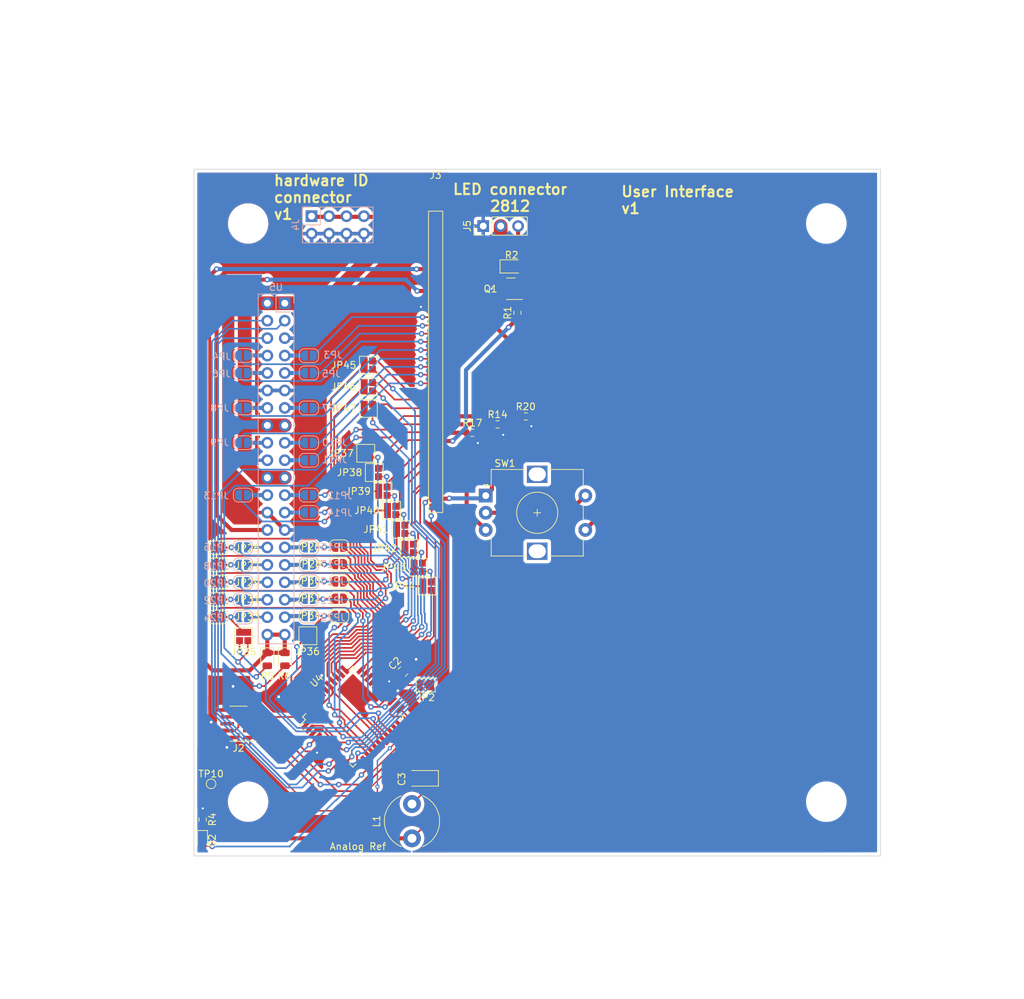
<source format=kicad_pcb>
(kicad_pcb (version 20211014) (generator pcbnew)
  (layers (0 "F.Cu" signal "Front") (31 "B.Cu" signal "Back") (34 "B.Paste" user) (35 "F.Paste" user) (36 "B.SilkS" user "B.Silkscreen") (37 "F.SilkS" user "F.Silkscreen") (38 "B.Mask" user) (39 "F.Mask" user) (44 "Edge.Cuts" user))
  (net 0 "")
  (net 1 "GND")
  (net 2 "Net-(C2-Pad1)")
  (net 3 "Net-(C3-Pad1)")
  (net 4 "Net-(D2-Pad2)")
  (net 5 "Net-(D2-Pad1)")
  (net 6 "Net-(J2-Pad9)")
  (net 7 "/userInterface_connector/CM4_reserved_1")
  (net 8 "/userInterface_connector/CM4_reserved_3")
  (net 9 "/userInterface_connector/3V3")
  (net 10 "/userInterface_connector/CM4_reserved_2")
  (net 11 "/userInterface_connector/JTAG.SRST")
  (net 12 "/userInterface_connector/JTAG.TRST")
  (net 13 "/userInterface_connector/12V")
  (net 14 "Net-(J3-Pad29)")
  (net 15 "/userInterface_connector/feature_12V")
  (net 16 "Net-(J3-Pad28)")
  (net 17 "/userInterface_connector/5V")
  (net 18 "Net-(J3-Pad27)")
  (net 19 "/userInterface_connector/1V8")
  (net 20 "Net-(J3-Pad26)")
  (net 21 "/userInterface_connector/feature_1V8")
  (net 22 "Net-(J3-Pad25)")
  (net 23 "/userInterface_connector/feature_GND")
  (net 24 "Net-(J3-Pad24)")
  (net 25 "/userInterface_connector/PCM.CLK")
  (net 26 "Net-(J3-Pad23)")
  (net 27 "/userInterface_connector/feature_PCM_CLK")
  (net 28 "Net-(J3-Pad22)")
  (net 29 "/userInterface_connector/PCM.FS")
  (net 30 "Net-(J3-Pad21)")
  (net 31 "Net-(J3-Pad20)")
  (net 32 "Net-(J3-Pad19)")
  (net 33 "/userInterface_connector/feature_PCM_FS")
  (net 34 "Net-(J3-Pad18)")
  (net 35 "/userInterface_connector/PCM.DIN")
  (net 36 "Net-(J3-Pad17)")
  (net 37 "/userInterface_connector/feature_PCM_DIN")
  (net 38 "Net-(J3-Pad16)")
  (net 39 "/userInterface_connector/PCM.DOUT")
  (net 40 "Net-(J3-Pad15)")
  (net 41 "/userInterface_connector/feature_PCM_DOUT")
  (net 42 "/userInterface_connector/I2C1.SDA")
  (net 43 "/userInterface_connector/feature_I2C1_SDA")
  (net 44 "/userInterface_connector/I2C1.SCL")
  (net 45 "/userInterface_connector/feature_I2C1_SCL")
  (net 46 "/userInterface_connector/SPI1.SCK")
  (net 47 "/userInterface_connector/feature_SPI1_SCK")
  (net 48 "/userInterface_connector/SPI1.MOSI")
  (net 49 "/userInterface_connector/feature_SPI1_MOSI")
  (net 50 "/userInterface_connector/SPI1.MISO")
  (net 51 "/userInterface_connector/feature_SPI1_MISO")
  (net 52 "/userInterface_connector/feature_SPI2_SCK")
  (net 53 "/userInterface_connector/feature_SPI2_MOSI")
  (net 54 "/userInterface_connector/feature_SPI2_MISO")
  (net 55 "/User_interface_internal/button")
  (net 56 "/User_interface_internal/rotary_A")
  (net 57 "/User_interface_internal/rotary_B")
  (net 58 "/User_interface_internal/D_OUT")
  (net 59 "/userInterface_connector/feature_GPIO_5")
  (net 60 "/userInterface_connector/feature_GPIO_6")
  (net 61 "/3V3")
  (net 62 "/5V")
  (net 63 "/userInterface_connector/feature_GPIO_7")
  (net 64 "/userInterface_connector/feature_GPIO_8")
  (net 65 "/userInterface_connector/feature_GPIO_9")
  (net 66 "Net-(JP3-Pad1)")
  (net 67 "Net-(JP4-Pad1)")
  (net 68 "Net-(JP5-Pad1)")
  (net 69 "Net-(JP6-Pad1)")
  (net 70 "Net-(JP7-Pad1)")
  (net 71 "Net-(JP8-Pad1)")
  (net 72 "Net-(JP9-Pad1)")
  (net 73 "Net-(JP10-Pad1)")
  (net 74 "Net-(JP11-Pad1)")
  (net 75 "/userInterface_connector/feature_GPIO_10")
  (net 76 "Net-(JP12-Pad1)")
  (net 77 "/userInterface_connector/SPI2.SCK")
  (net 78 "Net-(JP13-Pad1)")
  (net 79 "/userInterface_connector/SPI2.MOSI")
  (net 80 "Net-(JP14-Pad1)")
  (net 81 "/userInterface_connector/SPI2.MISO")
  (net 82 "Net-(JP15-Pad1)")
  (net 83 "/userInterface_connector/GPIO.9")
  (net 84 "Net-(JP16-Pad1)")
  (net 85 "/userInterface_connector/GPIO.10")
  (net 86 "Net-(JP17-Pad1)")
  (net 87 "/userInterface_connector/GPIO.7")
  (net 88 "Net-(JP18-Pad1)")
  (net 89 "/userInterface_connector/GPIO.8")
  (net 90 "Net-(JP19-Pad1)")
  (net 91 "/userInterface_connector/GPIO.5")
  (net 92 "Net-(JP20-Pad1)")
  (net 93 "/userInterface_connector/GPIO.6")
  (net 94 "Net-(JP21-Pad1)")
  (net 95 "/userInterface_connector/GPIO.3")
  (net 96 "Net-(JP22-Pad1)")
  (net 97 "/userInterface_connector/GPIO.4")
  (net 98 "Net-(JP23-Pad1)")
  (net 99 "/userInterface_connector/GPIO.1")
  (net 100 "Net-(JP24-Pad1)")
  (net 101 "Net-(JP25-Pad2)")
  (net 102 "Net-(JP26-Pad2)")
  (net 103 "Net-(JP27-Pad2)")
  (net 104 "Net-(JP28-Pad2)")
  (net 105 "Net-(JP29-Pad2)")
  (net 106 "Net-(JP30-Pad2)")
  (net 107 "Net-(JP31-Pad2)")
  (net 108 "Net-(JP32-Pad2)")
  (net 109 "Net-(JP33-Pad2)")
  (net 110 "Net-(JP34-Pad2)")
  (net 111 "Net-(JP35-Pad3)")
  (net 112 "Net-(JP36-Pad3)")
  (net 113 "/userInterface_connector/GPIO.2")
  (net 114 "/userInterface_connector/PA0")
  (net 115 "/userInterface_connector/PA1")
  (net 116 "/userInterface_connector/PA2")
  (net 117 "/userInterface_connector/PA3")
  (net 118 "/userInterface_connector/PA4")
  (net 119 "/userInterface_connector/PA5")
  (net 120 "/userInterface_connector/PA6")
  (net 121 "/userInterface_connector/PA7")
  (net 122 "/userInterface_connector/uC_SPI..SCK")
  (net 123 "/userInterface_connector/uC_SPI..MISO")
  (net 124 "/userInterface_connector/uC_SPI..MOSI")
  (net 125 "/userInterface_connector/CM4_reset_feature")
  (net 128 "/userInterface_connector/CM4_UART_Tx")
  (net 129 "Net-(J5-Pad3)")
  (net 130 "Net-(Q1-Pad1)")
  (net 131 "/userInterface_connector/CM4_UART_Rx")
  (footprint "LED_SMD:LED_0805_2012Metric" (layer "F.Cu") (at 87.29 124.97 -90)
    (fp_text reference "R5")
    (fp_text value "2K2")
  )
  (footprint "hardware_id:3_way_solder_jumper" (layer "F.Cu") (at 102.01 88.43)
    (fp_text reference "JP47")
    (fp_text value "Sloder_Jumper_3")
  )
  (footprint "hardware_id:3_way_solder_jumper" (layer "F.Cu") (at 101.625 94.965)
    (fp_text reference "JP37")
    (fp_text value "Sloder_Jumper_3")
  )
  (footprint "LED_SMD:LED_1206_3216Metric" (layer "F.Cu") (at 109.92 142.3 180)
    (fp_text reference "C3")
    (fp_text value "100n")
  )
  (footprint "Jumper:SolderJumper-2_P1.3mm_Open_RoundedPad1.0x1.5mm" (layer "F.Cu") (at 80.16 118.81 180)
    (fp_text reference "JP33")
    (fp_text value "SolderJumper_2_Open")
  )
  (footprint "FreeSpeeker:mouting_hole_with_clearance" (layer "F.Cu") (at 84.5 61.5)
    (fp_text reference "H1" hide)
    (fp_text value "MountingHole")
  )
  (footprint "LED_SMD:LED_0603_1608Metric" (layer "F.Cu") (at 77.85 151.382847 -90)
    (fp_text reference "D2")
    (fp_text value "LED Green")
  )
  (footprint "hardware_id:3_way_solder_jumper" (layer "F.Cu") (at 110.55 114.315)
    (fp_text reference "JP44")
    (fp_text value "Sloder_Jumper_3")
  )
  (footprint "FreeSpeeker:mouting_hole_with_clearance" (layer "F.Cu") (at 168.7 61.5)
    (fp_text reference "H4" hide)
    (fp_text value "MountingHole")
  )
  (footprint "LED_SMD:LED_0805_2012Metric" (layer "F.Cu") (at 89.86 124.96 -90)
    (fp_text reference "R6")
    (fp_text value "2K2")
  )
  (footprint "Jumper:SolderJumper-2_P1.3mm_Open_TrianglePad1.0x1.5mm" (layer "F.Cu") (at 110.35 128.725 180)
    (fp_text reference "JP2")
    (fp_text value "SolderJumper_2_Open")
  )
  (footprint "LED_SMD:LED_0805_2012Metric" (layer "F.Cu") (at 122.875 67.75)
    (fp_text reference "R2")
    (fp_text value "2K2")
  )
  (footprint "TestPoint:TestPoint_Pad_D1.0mm" (layer "F.Cu") (at 79.1 143.1)
    (fp_text reference "TP10")
    (fp_text value "TestPoint")
  )
  (footprint "Jumper:SolderJumper-2_P1.3mm_Open_RoundedPad1.0x1.5mm" (layer "F.Cu") (at 97.75 111.11)
    (fp_text reference "JP28")
    (fp_text value "SolderJumper_2_Open")
  )
  (footprint "Jumper:SolderJumper-2_P1.3mm_Open_RoundedPad1.0x1.5mm" (layer "F.Cu") (at 80.161 111.202 180)
    (fp_text reference "JP27")
    (fp_text value "SolderJumper_2_Open")
  )
  (footprint "hardware_id:3_way_solder_jumper" (layer "F.Cu") (at 109.275 111.565)
    (fp_text reference "JP43")
    (fp_text value "Sloder_Jumper_3")
  )
  (footprint "hardware_id:3_way_solder_jumper" (layer "F.Cu") (at 106.725 106.04)
    (fp_text reference "JP41")
    (fp_text value "Sloder_Jumper_3")
  )
  (footprint "hardware_id:hardware_ID_feature_connector" (layer "F.Cu") (at 111.8 84.775)
    (fp_text reference "J3")
    (fp_text value "Hardware_ID_feature_connector")
  )
  (footprint "Package_TO_SOT_SMD:SOT-23" (layer "F.Cu") (at 122.775 71 180)
    (fp_text reference "Q1")
    (fp_text value "Q_NPN_BCE")
  )
  (footprint "Package_QFP:TQFP-44_10x10mm_P0.8mm" (layer "F.Cu") (at 99.75 133.35 45)
    (fp_text reference "U4")
    (fp_text value "ATmega32-16A")
  )
  (footprint "Capacitor_SMD:C_0805_2012Metric" (layer "F.Cu") (at 107.05 126.75 45)
    (fp_text reference "C2")
    (fp_text value "10n")
  )
  (footprint "hardware_id:3_way_solder_jumper" (layer "F.Cu") (at 102.01 85.28)
    (fp_text reference "JP46")
    (fp_text value "Sloder_Jumper_3")
  )
  (footprint "Resistor_SMD:R_0603_1608Metric" (layer "F.Cu") (at 77.88 148.286 -90)
    (fp_text reference "R4")
    (fp_text value "120")
  )
  (footprint "Jumper:SolderJumper-2_P1.3mm_Open_RoundedPad1.0x1.5mm" (layer "F.Cu") (at 80.16 113.72 180)
    (fp_text reference "JP29")
    (fp_text value "SolderJumper_2_Open")
  )
  (footprint "Jumper:SolderJumper-2_P1.3mm_Open_RoundedPad1.0x1.5mm" (layer "F.Cu") (at 97.75 108.57)
    (fp_text reference "JP26")
    (fp_text value "SolderJumper_2_Open")
  )
  (footprint "hardware_id:3_way_solder_jumper" (layer "F.Cu") (at 102.01 82.13)
    (fp_text reference "JP45")
    (fp_text value "Sloder_Jumper_3")
  )
  (footprint "Jumper:SolderJumper-2_P1.3mm_Open_RoundedPad1.0x1.5mm" (layer "F.Cu") (at 97.75 118.64)
    (fp_text reference "JP34")
    (fp_text value "SolderJumper_2_Open")
  )
  (footprint "Jumper:SolderJumper-2_P1.3mm_Open_RoundedPad1.0x1.5mm" (layer "F.Cu") (at 97.75 113.64)
    (fp_text reference "JP30")
    (fp_text value "SolderJumper_2_Open")
  )
  (footprint "hardware_id:3_way_solder_jumper" (layer "F.Cu") (at 83.85 121.64 -90)
    (fp_text reference "JP35")
    (fp_text value "Sloder_Jumper_3")
  )
  (footprint "hardware_id:3_way_solder_jumper" (layer "F.Cu") (at 104.125 100.49)
    (fp_text reference "JP39")
    (fp_text value "Sloder_Jumper_3")
  )
  (footprint "FreeSpeeker:mouting_hole_with_clearance" (layer "F.Cu") (at 84.5 145.7)
    (fp_text reference "H2" hide)
    (fp_text value "MountingHole")
  )
  (footprint "Connector_PinHeader_1.00mm:PinHeader_2x05_P1.00mm_Vertical_SMD" (layer "F.Cu") (at 83.1 134.35 180)
    (fp_text reference "J2")
    (fp_text value "AVR-JTAG-10")
  )
  (footprint "Resistor_SMD:R_0603_1608Metric" (layer "F.Cu") (at 120.825 90.75)
    (fp_text reference "R14")
    (fp_text value "10k5 1%")
  )
  (footprint "hardware_id:3_way_solder_jumper" (layer "F.Cu") (at 107.95 108.815)
    (fp_text reference "JP42")
    (fp_text value "Sloder_Jumper_3")
  )
  (footprint "Inductor_THT:L_Radial_D7.8mm_P5.00mm_Fastron_07HCP" (layer "F.Cu") (at 108.36 151.04 90)
    (fp_text reference "L1")
    (fp_text value "10m")
  )
  (footprint "FreeSpeeker:mouting_hole_with_clearance" (layer "F.Cu") (at 168.7 145.7)
    (fp_text reference "H3" hide)
    (fp_text value "MountingHole")
  )
  (footprint "Rotary_Encoder:RotaryEncoder_Alps_EC12E-Switch_Vertical_H20mm" (layer "F.Cu") (at 119.1 101.125)
    (fp_text reference "SW1")
    (fp_text value "RotaryEncoder_Switch")
  )
  (footprint "Resistor_SMD:R_0603_1608Metric" (layer "F.Cu") (at 124.925 89.6)
    (fp_text reference "R20")
    (fp_text value "10k5 1%")
  )
  (footprint "Connector_PinHeader_2.54mm:PinHeader_1x03_P2.54mm_Vertical" (layer "F.Cu") (at 118.735 61.875 90)
    (fp_text reference "J5")
    (fp_text value "Conn_01x03_Male")
  )
  (footprint "hardware_id:3_way_solder_jumper" (layer "F.Cu") (at 93.2 121.54 -90)
    (fp_text reference "JP36")
    (fp_text value "Sloder_Jumper_3")
  )
  (footprint "Resistor_SMD:R_0603_1608Metric" (layer "F.Cu") (at 123.725 74.5 90)
    (fp_text reference "R1")
    (fp_text value "10k5 1%")
  )
  (footprint "Jumper:SolderJumper-2_P1.3mm_Open_RoundedPad1.0x1.5mm" (layer "F.Cu") (at 80.161 108.702 180)
    (fp_text reference "JP25")
    (fp_text value "SolderJumper_2_Open")
  )
  (footprint "Jumper:SolderJumper-2_P1.3mm_Open_RoundedPad1.0x1.5mm" (layer "F.Cu") (at 80.16 116.25 180)
    (fp_text reference "JP31")
    (fp_text value "SolderJumper_2_Open")
  )
  (footprint "hardware_id:3_way_solder_jumper" (layer "F.Cu") (at 105.4 103.29)
    (fp_text reference "JP40")
    (fp_text value "Sloder_Jumper_3")
  )
  (footprint "hardware_id:3_way_solder_jumper" (layer "F.Cu") (at 102.875 97.765)
    (fp_text reference "JP38")
    (fp_text value "Sloder_Jumper_3")
  )
  (footprint "Jumper:SolderJumper-2_P1.3mm_Open_RoundedPad1.0x1.5mm" (layer "F.Cu") (at 97.75 116.14)
    (fp_text reference "JP32")
    (fp_text value "SolderJumper_2_Open")
  )
  (footprint "Resistor_SMD:R_0603_1608Metric" (layer "F.Cu") (at 117.15 91.975)
    (fp_text reference "R17")
    (fp_text value "10k5 1%")
  )
  (footprint "Jumper:SolderJumper-2_P1.3mm_Open_RoundedPad1.0x1.5mm" (layer "B.Cu") (at 93.35 95.98)
    (fp_text reference "JP11")
    (fp_text value "SolderJumper_2_Open")
  )
  (footprint "Connector_PinHeader_2.54mm:PinHeader_2x20_P2.54mm_Vertical" (layer "B.Cu") (at 89.835 73.115 180)
    (fp_text reference "U5")
    (fp_text value "slice_connector_male")
  )
  (footprint "Jumper:SolderJumper-2_P1.3mm_Open_RoundedPad1.0x1.5mm" (layer "B.Cu") (at 83.77 118.82 180)
    (fp_text reference "JP24")
    (fp_text value "SolderJumper_2_Open")
  )
  (footprint "Jumper:SolderJumper-2_P1.3mm_Open_RoundedPad1.0x1.5mm" (layer "B.Cu") (at 93.35 113.67)
    (fp_text reference "JP19")
    (fp_text value "SolderJumper_2_Open")
  )
  (footprint "Jumper:SolderJumper-2_P1.3mm_Open_RoundedPad1.0x1.5mm" (layer "B.Cu") (at 83.76 108.66 180)
    (fp_text reference "JP16")
    (fp_text value "SolderJumper_2_Open")
  )
  (footprint "Jumper:SolderJumper-2_P1.3mm_Open_RoundedPad1.0x1.5mm" (layer "B.Cu") (at 83.75 88.35 180)
    (fp_text reference "JP8")
    (fp_text value "SolderJumper_2_Open")
  )
  (footprint "Jumper:SolderJumper-2_P1.3mm_Open_RoundedPad1.0x1.5mm" (layer "B.Cu") (at 93.35 111.17)
    (fp_text reference "JP17")
    (fp_text value "SolderJumper_2_Open")
  )
  (footprint "Jumper:SolderJumper-2_P1.3mm_Open_RoundedPad1.0x1.5mm" (layer "B.Cu") (at 93.35 108.67)
    (fp_text reference "JP15")
    (fp_text value "SolderJumper_2_Open")
  )
  (footprint "Jumper:SolderJumper-2_P1.3mm_Open_RoundedPad1.0x1.5mm" (layer "B.Cu") (at 83.75 93.425 180)
    (fp_text reference "JP9")
    (fp_text value "SolderJumper_2_Open")
  )
  (footprint "Jumper:SolderJumper-2_P1.3mm_Open_RoundedPad1.0x1.5mm" (layer "B.Cu") (at 93.35 101.05)
    (fp_text reference "JP12")
    (fp_text value "SolderJumper_2_Open")
  )
  (footprint "Jumper:SolderJumper-2_P1.3mm_Open_RoundedPad1.0x1.5mm" (layer "B.Cu") (at 93.34 88.36)
    (fp_text reference "JP7")
    (fp_text value "SolderJumper_2_Open")
  )
  (footprint "Jumper:SolderJumper-2_P1.3mm_Open_RoundedPad1.0x1.5mm" (layer "B.Cu") (at 93.35 118.67)
    (fp_text reference "JP23")
    (fp_text value "SolderJumper_2_Open")
  )
  (footprint "Jumper:SolderJumper-2_P1.3mm_Open_RoundedPad1.0x1.5mm" (layer "B.Cu") (at 93.35 103.59)
    (fp_text reference "JP14")
    (fp_text value "SolderJumper_2_Open")
  )
  (footprint "Jumper:SolderJumper-2_P1.3mm_Open_RoundedPad1.0x1.5mm" (layer "B.Cu") (at 83.76 111.2 180)
    (fp_text reference "JP18")
    (fp_text value "SolderJumper_2_Open")
  )
  (footprint "Jumper:SolderJumper-2_P1.3mm_Open_RoundedPad1.0x1.5mm" (layer "B.Cu") (at 93.35 80.74)
    (fp_text reference "JP3")
    (fp_text value "SolderJumper_2_Open")
  )
  (footprint "Jumper:SolderJumper-2_P1.3mm_Open_RoundedPad1.0x1.5mm" (layer "B.Cu") (at 83.75 101.05 180)
    (fp_text reference "JP13")
    (fp_text value "SolderJumper_2_Open")
  )
  (footprint "Connector_PinHeader_2.54mm:PinHeader_2x04_P2.54mm_Vertical" (layer "B.Cu") (at 93.739 60.4365 -90)
    (fp_text reference "J4")
    (fp_text value "Conn_02x04_Odd_Even")
  )
  (footprint "Jumper:SolderJumper-2_P1.3mm_Open_RoundedPad1.0x1.5mm" (layer "B.Cu") (at 83.76 116.28 180)
    (fp_text reference "JP22")
    (fp_text value "SolderJumper_2_Open")
  )
  (footprint "Jumper:SolderJumper-2_P1.3mm_Open_RoundedPad1.0x1.5mm" (layer "B.Cu") (at 83.75 83.27 180)
    (fp_text reference "JP6")
    (fp_text value "SolderJumper_2_Open")
  )
  (footprint "Jumper:SolderJumper-2_P1.3mm_Open_RoundedPad1.0x1.5mm" (layer "B.Cu") (at 83.76 113.74 180)
    (fp_text reference "JP20")
    (fp_text value "SolderJumper_2_Open")
  )
  (footprint "Jumper:SolderJumper-2_P1.3mm_Open_RoundedPad1.0x1.5mm" (layer "B.Cu") (at 93.35 83.27)
    (fp_text reference "JP5")
    (fp_text value "SolderJumper_2_Open")
  )
  (footprint "Jumper:SolderJumper-2_P1.3mm_Open_RoundedPad1.0x1.5mm" (layer "B.Cu") (at 93.35 116.17)
    (fp_text reference "JP21")
    (fp_text value "SolderJumper_2_Open")
  )
  (footprint "Jumper:SolderJumper-2_P1.3mm_Open_RoundedPad1.0x1.5mm" (layer "B.Cu") (at 83.75 80.72 180)
    (fp_text reference "JP4")
    (fp_text value "SolderJumper_2_Open")
  )
  (footprint "Jumper:SolderJumper-2_P1.3mm_Open_RoundedPad1.0x1.5mm" (layer "B.Cu") (at 93.35 93.43)
    (fp_text reference "JP10")
    (fp_text value "SolderJumper_2_Open")
  )
  (gr_rect (start 76.6 53.6) (end 176.6 153.6) (layer "Edge.Cuts") (width 0.1) (fill none))
  (gr_text "User Interface\nv1" (at 138.689 58.0865) (layer "F.SilkS") (effects (font (size 1.524 1.524) (thickness 0.3048)) (justify left)))
  (gr_text "Analog Ref" (at 100.486 152.223) (layer "F.SilkS") (effects (font (size 1 1))))
  (gr_text "LED connector\n2812" (at 122.65 57.75) (layer "F.SilkS") (effects (font (size 1.524 1.524) (thickness 0.3048))))
  (gr_text "hardware ID\nconnector\nv1" (at 88.1 57.7) (layer "F.SilkS") (effects (font (size 1.524 1.524) (thickness 0.3048)) (justify left)))
  (segment (start 78.82 130.52) (end 78.91 130.43) (width 0.25) (layer "F.Cu") (net 1))
  (segment (start 117.975 91.975) (end 117.975 93.45) (width 0.6) (layer "F.Cu") (net 1))
  (segment (start 95.719491 137.381009) (end 94.539 138.5615) (width 0.2) (layer "F.Cu") (net 1))
  (segment (start 121.65 90.75) (end 121.65 92.275) (width 0.6) (layer "F.Cu") (net 1))
  (segment (start 88.96 130.43) (end 78.91 130.43) (width 0.25) (layer "F.Cu") (net 1))
  (segment (start 101.030531 133.010531) (end 103.74641 135.72641) (width 0.25) (layer "F.Cu") (net 1))
  (segment (start 89.835 106.135) (end 87.295 103.595) (width 0.6) (layer "F.Cu") (net 1))
  (segment (start 105.039 128.1865) (end 104.9135 128.1865) (width 0.2) (layer "F.Cu") (net 1))
  (segment (start 110.0025 73.975) (end 109.664 73.6365) (width 0.2) (layer "F.Cu") (net 1))
  (segment (start 125.75 89.6) (end 125.75 91.025) (width 0.6) (layer "F.Cu") (net 1))
  (segment (start 77.88 147.461) (end 77.88 146.6955) (width 0.2) (layer "F.Cu") (net 1))
  (segment (start 103.74641 136.215039) (end 103.74641 135.72641) (width 0.25) (layer "F.Cu") (net 1))
  (segment (start 95.21 128.81) (end 95.21 127.31) (width 0.25) (layer "F.Cu") (net 1))
  (segment (start 104.346194 136.814823) (end 103.74641 136.215039) (width 0.25) (layer "F.Cu") (net 1))
  (segment (start 103.780509 129.319491) (end 101.030531 132.069469) (width 0.25) (layer "F.Cu") (net 1))
  (segment (start 117.975 93.45) (end 117.95 93.475) (width 0.6) (layer "F.Cu") (net 1))
  (segment (start 77.88 146.6955) (end 77.889 146.6865) (width 0.2) (layer "F.Cu") (net 1))
  (segment (start 111.3 73.975) (end 112.3 73.975) (width 0.2) (layer "F.Cu") (net 1))
  (segment (start 101.030531 132.069469) (end 101.030531 133.010531) (width 0.25) (layer "F.Cu") (net 1))
  (segment (start 95.719491 129.319491) (end 95.21 128.81) (width 0.25) (layer "F.Cu") (net 1))
  (segment (start 111.3 73.975) (end 110.0025 73.975) (width 0.2) (layer "F.Cu") (net 1))
  (segment (start 121.8375 71) (end 119.975 71) (width 0.6) (layer "F.Cu") (net 1))
  (segment (start 78.86 132.35) (end 78.82 132.31) (width 0.25) (layer "F.Cu") (net 1))
  (segment (start 81.45 132.35) (end 78.86 132.35) (width 0.25) (layer "F.Cu") (net 1))
  (segment (start 104.9135 128.1865) (end 103.780509 129.319491) (width 0.2) (layer "F.Cu") (net 1))
  (segment (start 78.82 130.52) (end 78.82 132.31) (width 0.25) (layer "F.Cu") (net 1))
  (via (at 119.975 71) (size 0.6) (drill 0.3) (layers "F.Cu" "B.Cu") (net 1))
  (via (at 106.299 129.54) (size 0.8) (drill 0.4) (layers "F.Cu" "B.Cu") (net 1))
  (via (at 77.889 146.6865) (size 0.6) (drill 0.3) (layers "F.Cu" "B.Cu") (net 1))
  (via (at 108.966 124.968) (size 0.8) (drill 0.4) (layers "F.Cu" "B.Cu") (net 1))
  (via (at 95.21 127.31) (size 0.8) (drill 0.4) (layers "F.Cu" "B.Cu") (net 1))
  (via (at 94.539 138.5615) (size 0.6) (drill 0.3) (layers "F.Cu" "B.Cu") (net 1))
  (via (at 109.664 73.6365) (size 0.6) (drill 0.3) (layers "F.Cu" "B.Cu") (net 1))
  (via (at 82.296 128.905) (size 0.8) (drill 0.4) (layers "F.Cu" "B.Cu") (net 1))
  (via (at 88.96 130.43) (size 0.8) (drill 0.4) (layers "F.Cu" "B.Cu") (net 1))
  (via (at 105.039 128.1865) (size 0.6) (drill 0.3) (layers "F.Cu" "B.Cu") (net 1))
  (via (at 81.407 137.795) (size 0.8) (drill 0.4) (layers "F.Cu" "B.Cu") (net 1))
  (via (at 117.95 93.475) (size 0.6) (drill 0.3) (layers "F.Cu" "B.Cu") (net 1))
  (via (at 121.65 92.275) (size 0.6) (drill 0.3) (layers "F.Cu" "B.Cu") (net 1))
  (via (at 125.75 91.025) (size 0.6) (drill 0.3) (layers "F.Cu" "B.Cu") (net 1))
  (via (at 79.121 134.112) (size 0.8) (drill 0.4) (layers "F.Cu" "B.Cu") (net 1))
  (segment (start 92.08 127.31) (end 88.96 130.43) (width 0.25) (layer "B.Cu") (net 1))
  (segment (start 95.21 127.31) (end 92.08 127.31) (width 0.25) (layer "B.Cu") (net 1))
  (segment (start 104.546878 127.421751) (end 106.378249 127.421751) (width 0.25) (layer "F.Cu") (net 2))
  (segment (start 104.546878 127.421751) (end 103.214823 128.753806) (width 0.25) (layer "F.Cu") (net 2))
  (segment (start 111.408 132.458) (end 109.625 130.675) (width 0.25) (layer "F.Cu") (net 3))
  (segment (start 105.525 128.725) (end 109.625 128.725) (width 0.25) (layer "F.Cu") (net 3))
  (segment (start 108.36 146.04) (end 111.408 142.992) (width 0.25) (layer "F.Cu") (net 3))
  (segment (start 104.364823 129.885177) (end 105.525 128.725) (width 0.25) (layer "F.Cu") (net 3))
  (segment (start 109.625 130.675) (end 109.625 128.725) (width 0.25) (layer "F.Cu") (net 3))
  (segment (start 111.408 142.992) (end 111.408 132.458) (width 0.25) (layer "F.Cu") (net 3))
  (segment (start 102.001386 140.801614) (end 100.994 141.809) (width 0.25) (layer "F.Cu") (net 4))
  (segment (start 79.248 143.248) (end 79.248 152.194) (width 0.15) (layer "F.Cu") (net 4))
  (segment (start 102.001386 140.126869) (end 102.001386 140.801614) (width 0.25) (layer "F.Cu") (net 4))
  (segment (start 79.224347 152.170347) (end 79.277 152.223) (width 0.25) (layer "F.Cu") (net 4))
  (segment (start 79.1 143.1) (end 79.248 143.248) (width 0.15) (layer "F.Cu") (net 4))
  (segment (start 79.248 152.194) (end 79.277 152.223) (width 0.15) (layer "F.Cu") (net 4))
  (segment (start 101.517767 139.64325) (end 102.001386 140.126869) (width 0.25) (layer "F.Cu") (net 4))
  (segment (start 77.85 152.170347) (end 79.224347 152.170347) (width 0.25) (layer "F.Cu") (net 4))
  (via (at 100.994 141.809) (size 0.8) (drill 0.4) (layers "F.Cu" "B.Cu") (net 4))
  (via (at 79.277 152.223) (size 0.8) (drill 0.4) (layers "F.Cu" "B.Cu") (net 4))
  (segment (start 90.58 152.16) (end 97.2135 145.5265) (width 0.25) (layer "B.Cu") (net 4))
  (segment (start 97.2135 145.5265) (end 97.2765 145.5265) (width 0.25) (layer "B.Cu") (net 4))
  (segment (start 100.994 141.809) (end 97.2765 145.5265) (width 0.25) (layer "B.Cu") (net 4))
  (segment (start 90.58 152.223) (end 90.58 152.16) (width 0.25) (layer "B.Cu") (net 4))
  (segment (start 79.277 152.223) (end 90.58 152.223) (width 0.25) (layer "B.Cu") (net 4))
  (segment (start 77.88 149.111) (end 77.88 150.565347) (width 0.25) (layer "F.Cu") (net 5))
  (segment (start 77.88 150.565347) (end 77.85 150.595347) (width 0.25) (layer "F.Cu") (net 5))
  (segment (start 85.649022 132.35) (end 84.75 132.35) (width 0.25) (layer "F.Cu") (net 6))
  (segment (start 105.185 132.440483) (end 105.185 132.919) (width 0.25) (layer "F.Cu") (net 6))
  (segment (start 105.185 132.919) (end 105.566 133.3) (width 0.25) (layer "F.Cu") (net 6))
  (segment (start 97.462542 144.16352) (end 85.649022 132.35) (width 0.25) (layer "F.Cu") (net 6))
  (segment (start 108.741 134.951) (end 108.741 136.123282) (width 0.25) (layer "F.Cu") (net 6))
  (segment (start 106.04325 131.582233) (end 105.185 132.440483) (width 0.25) (layer "F.Cu") (net 6))
  (segment (start 108.741 136.123282) (end 100.700762 144.16352) (width 0.25) (layer "F.Cu") (net 6))
  (segment (start 100.700762 144.16352) (end 97.462542 144.16352) (width 0.25) (layer "F.Cu") (net 6))
  (segment (start 107.09 133.3) (end 108.741 134.951) (width 0.25) (layer "F.Cu") (net 6))
  (segment (start 105.566 133.3) (end 107.09 133.3) (width 0.25) (layer "F.Cu") (net 6))
  (segment (start 100.625 147.025) (end 103.325 144.325) (width 0.2) (layer "F.Cu") (net 7))
  (segment (start 106.501869 135.576386) (end 106.501869 136.548131) (width 0.2) (layer "F.Cu") (net 7))
  (segment (start 94.1 147.025) (end 100.625 147.025) (width 0.2) (layer "F.Cu") (net 7))
  (segment (start 84.75 137.675) (end 94.1 147.025) (width 0.2) (layer "F.Cu") (net 7))
  (segment (start 84.75 136.35) (end 84.75 137.675) (width 0.2) (layer "F.Cu") (net 7))
  (segment (start 103.325 144.325) (end 103.325 143.5) (width 0.2) (layer "F.Cu") (net 7))
  (segment (start 106.501869 136.548131) (end 105.1375 137.9125) (width 0.2) (layer "F.Cu") (net 7))
  (via (at 105.1375 137.9125) (size 0.6) (drill 0.3) (layers "F.Cu" "B.Cu") (net 7))
  (via (at 103.325 143.5) (size 0.6) (drill 0.3) (layers "F.Cu" "B.Cu") (net 7))
  (segment (start 103.325 143.5) (end 103.325 139.725) (width 0.2) (layer "B.Cu") (net 7))
  (segment (start 103.325 139.725) (end 105.1375 137.9125) (width 0.2) (layer "B.Cu") (net 7))
  (segment (start 108.652162 137.325) (end 101.120162 144.857) (width 0.2) (layer "F.Cu") (net 8))
  (segment (start 85.899 135.35) (end 95.112 144.563) (width 0.25) (layer "F.Cu") (net 8))
  (segment (start 101.120162 144.857) (end 95.406 144.857) (width 0.2) (layer "F.Cu") (net 8))
  (segment (start 95.406 144.857) (end 95.112 144.563) (width 0.2) (layer "F.Cu") (net 8))
  (segment (start 109.19052 136.88448) (end 108.75 137.325) (width 0.2) (layer "F.Cu") (net 8))
  (segment (start 108.75 137.325) (end 108.652162 137.325) (width 0.2) (layer "F.Cu") (net 8))
  (segment (start 84.75 135.35) (end 85.899 135.35) (width 0.25) (layer "F.Cu") (net 8))
  (segment (start 109.19052 136.85948) (end 109.19052 134.729502) (width 0.25) (layer "F.Cu") (net 8))
  (segment (start 109.19052 134.729502) (end 106.608936 132.147918) (width 0.25) (layer "F.Cu") (net 8))
  (segment (start 109.19052 136.85948) (end 109.19052 136.88448) (width 0.2) (layer "F.Cu") (net 8))
  (segment (start 95.153806 136.981194) (end 93.755 138.38) (width 0.25) (layer "F.Cu") (net 9))
  (segment (start 89.835 121.375) (end 89.835 123.9975) (width 0.6) (layer "F.Cu") (net 9))
  (segment (start 84.7475 126.575) (end 79.325 126.575) (width 0.6) (layer "F.Cu") (net 9))
  (segment (start 108.36 151.04) (end 112.685 146.715) (width 0.25) (layer "F.Cu") (net 9))
  (segment (start 77.88 70.16) (end 77.88 137.13) (width 0.6) (layer "F.Cu") (net 9))
  (segment (start 80.62 146.344793) (end 80.61 146.354793) (width 0.6) (layer "F.Cu") (net 9))
  (segment (start 89.86 124.0225) (end 87.3 124.0225) (width 0.6) (layer "F.Cu") (net 9))
  (segment (start 82.01 151.04) (end 108.36 151.04) (width 0.6) (layer "F.Cu") (net 9))
  (segment (start 103.29689 136.89689) (end 103.780509 137.380509) (width 0.25) (layer "F.Cu") (net 9))
  (segment (start 82.561 135.35) (end 81.45 135.35) (width 0.25) (layer "F.Cu") (net 9))
  (segment (start 112.685 146.715) (end 112.685 130.335) (width 0.25) (layer "F.Cu") (net 9))
  (segment (start 96.768795 130.032205) (end 93.4375 133.3635) (width 0.25) (layer "F.Cu") (net 9))
  (segment (start 84 133.35) (end 83.087 134.263) (width 0.25) (layer "F.Cu") (net 9))
  (segment (start 83.087 134.824) (end 82.561 135.35) (width 0.25) (layer "F.Cu") (net 9))
  (segment (start 86.008 131.522) (end 92.866 138.38) (width 0.25) (layer "F.Cu") (net 9))
  (segment (start 93.755 138.38) (end 92.866 138.38) (width 0.25) (layer "F.Cu") (net 9))
  (segment (start 80.61 149.64) (end 82.01 151.04) (width 0.6) (layer "F.Cu") (net 9))
  (segment (start 83.850978 133.35) (end 84.75 133.35) (width 0.25) (layer "F.Cu") (net 9))
  (segment (start 93.4375 133.3635) (end 87.8495 133.3635) (width 0.25) (layer "F.Cu") (net 9))
  (segment (start 78.200978 135.35) (end 81.45 135.35) (width 0.6) (layer "F.Cu") (net 9))
  (segment (start 111.225 68.14) (end 109.02 68.14) (width 0.6) (layer "F.Cu") (net 9))
  (segment (start 77.88 137.13) (end 80.62 139.87) (width 0.6) (layer "F.Cu") (net 9))
  (segment (start 103.179645 135.989645) (end 96.768795 129.578795) (width 0.25) (layer "F.Cu") (net 9))
  (segment (start 96.768795 129.237424) (end 96.768795 130.032205) (width 0.25) (layer "F.Cu") (net 9))
  (segment (start 87.295 121.375) (end 89.835 121.375) (width 0.6) (layer "F.Cu") (net 9))
  (segment (start 103.29689 135.989645) (end 103.29689 136.89689) (width 0.25) (layer "F.Cu") (net 9))
  (segment (start 87.29 124.0325) (end 84.7475 126.575) (width 0.6) (layer "F.Cu") (net 9))
  (segment (start 80.62 139.87) (end 80.62 146.344793) (width 0.6) (layer "F.Cu") (net 9))
  (segment (start 112.685 130.335) (end 111.075 128.725) (width 0.25) (layer "F.Cu") (net 9))
  (segment (start 86.008 131.522) (end 83.849 131.522) (width 0.25) (layer "F.Cu") (net 9))
  (segment (start 77.88 70.16) (end 79.91 68.13) (width 0.6) (layer "F.Cu") (net 9))
  (segment (start 87.295 121.375) (end 87.295 124.0275) (width 0.6) (layer "F.Cu") (net 9))
  (segment (start 83.849 131.522) (end 83.425489 131.945511) (width 0.25) (layer "F.Cu") (net 9))
  (segment (start 103.29689 135.989645) (end 103.179645 135.989645) (width 0.25) (layer "F.Cu") (net 9))
  (segment (start 80.61 146.354793) (end 80.61 149.64) (width 0.6) (layer "F.Cu") (net 9))
  (segment (start 83.425489 132.924511) (end 83.850978 133.35) (width 0.25) (layer "F.Cu") (net 9))
  (segment (start 83.087 134.263) (end 83.087 134.824) (width 0.25) (layer "F.Cu") (net 9))
  (segment (start 96.285177 128.753806) (end 96.768795 129.237424) (width 0.25) (layer "F.Cu") (net 9))
  (segment (start 79.325 126.575) (end 77.88 125.13) (width 0.6) (layer "F.Cu") (net 9))
  (segment (start 83.425489 131.945511) (end 83.425489 132.924511) (width 0.25) (layer "F.Cu") (net 9))
  (via (at 109.02 68.14) (size 0.8) (drill 0.4) (layers "F.Cu" "B.Cu") (net 9))
  (via (at 79.91 68.13) (size 0.8) (drill 0.4) (layers "F.Cu" "B.Cu") (net 9))
  (segment (start 79.92 68.14) (end 79.91 68.13) (width 0.6) (layer "B.Cu") (net 9))
  (segment (start 109.02 68.14) (end 79.92 68.14) (width 0.6) (layer "B.Cu") (net 9))
  (segment (start 100.74 143.206) (end 107.240927 136.705073) (width 0.2) (layer "F.Cu") (net 10))
  (segment (start 106.608936 134.552082) (end 107.240927 135.184073) (width 0.25) (layer "F.Cu") (net 10))
  (segment (start 100.74 143.206) (end 97.692 143.206) (width 0.25) (layer "F.Cu") (net 10))
  (segment (start 107.240927 135.184073) (end 107.240927 136.705073) (width 0.2) (layer "F.Cu") (net 10))
  (segment (start 95.025 143.206) (end 86.169 134.35) (width 0.25) (layer "F.Cu") (net 10))
  (segment (start 84.75 134.35) (end 86.169 134.35) (width 0.25) (layer "F.Cu") (net 10))
  (via (at 97.692 143.206) (size 0.8) (drill 0.4) (layers "F.Cu" "B.Cu") (net 10))
  (via (at 95.025 143.206) (size 0.8) (drill 0.4) (layers "F.Cu" "B.Cu") (net 10))
  (segment (start 95.025 143.206) (end 97.692 143.206) (width 0.25) (layer "B.Cu") (net 10))
  (segment (start 93.755 60.529) (end 110.28948 60.529) (width 0.6) (layer "F.Cu") (net 13))
  (segment (start 110.28948 60.529) (end 111.10048 61.34) (width 0.6) (layer "F.Cu") (net 13))
  (segment (start 111.225 104.019) (end 111.154 104.09) (width 0.25) (layer "F.Cu") (net 14))
  (segment (start 100.917936 140.208936) (end 100.359 139.65) (width 0.25) (layer "F.Cu") (net 14))
  (segment (start 100.359 138.761) (end 100.486 138.634) (width 0.25) (layer "F.Cu") (net 14))
  (segment (start 100.359 139.65) (end 100.359 138.761) (width 0.25) (layer "F.Cu") (net 14))
  (segment (start 111.225 102.74) (end 111.225 104.019) (width 0.25) (layer "F.Cu") (net 14))
  (via (at 100.486 138.634) (size 0.8) (drill 0.4) (layers "F.Cu" "B.Cu") (net 14))
  (via (at 111.154 104.09) (size 0.8) (drill 0.4) (layers "F.Cu" "B.Cu") (net 14))
  (segment (start 100.486 138.634) (end 101.268083 138.634) (width 0.25) (layer "B.Cu") (net 14))
  (segment (start 113.58708 126.315001) (end 113.58708 107.41208) (width 0.25) (layer "B.Cu") (net 14))
  (segment (start 113.58708 107.41208) (end 111.154 104.979) (width 0.25) (layer "B.Cu") (net 14))
  (segment (start 111.154 104.979) (end 111.154 104.09) (width 0.25) (layer "B.Cu") (net 14))
  (segment (start 101.268083 138.634) (end 113.58708 126.315001) (width 0.25) (layer "B.Cu") (net 14))
  (segment (start 111.225 101.54) (end 110.884668 101.54) (width 0.25) (layer "F.Cu") (net 16))
  (segment (start 98.547918 140.191082) (end 99.597 139.142) (width 0.25) (layer "F.Cu") (net 16))
  (segment (start 110.884668 101.54) (end 110.283412 102.141256) (width 0.25) (layer "F.Cu") (net 16))
  (via (at 99.597 139.142) (size 0.8) (drill 0.4) (layers "F.Cu" "B.Cu") (net 16))
  (via (at 110.283412 102.141256) (size 0.8) (drill 0.4) (layers "F.Cu" "B.Cu") (net 16))
  (segment (start 110.138 105.106) (end 110.138 102.286668) (width 0.25) (layer "B.Cu") (net 16))
  (segment (start 99.597 138.253) (end 100.09496 137.75504) (width 0.25) (layer "B.Cu") (net 16))
  (segment (start 113.13756 126.128804) (end 113.13756 108.10556) (width 0.25) (layer "B.Cu") (net 16))
  (segment (start 110.138 102.286668) (end 110.283412 102.141256) (width 0.25) (layer "B.Cu") (net 16))
  (segment (start 113.13756 108.10556) (end 110.138 105.106) (width 0.25) (layer "B.Cu") (net 16))
  (segment (start 101.511325 137.75504) (end 113.13756 126.128804) (width 0.25) (layer "B.Cu") (net 16))
  (segment (start 100.09496 137.75504) (end 101.511325 137.75504) (width 0.25) (layer "B.Cu") (net 16))
  (segment (start 99.597 139.142) (end 99.597 138.253) (width 0.25) (layer "B.Cu") (net 16))
  (segment (start 84.555 90.895) (end 84 91.45) (width 2) (layer "F.Cu") (net 17))
  (segment (start 110.725 63.925) (end 110.775 63.925) (width 0.6) (layer "F.Cu") (net 17))
  (segment (start 110.6 64.75) (end 109.925 64.75) (width 0.6) (layer "F.Cu") (net 17))
  (segment (start 86.092919 98.515) (end 87.295 98.515) (width 2) (layer "F.Cu") (net 17))
  (segment (start 84 96.422081) (end 86.092919 98.515) (width 2) (layer "F.Cu") (net 17))
  (segment (start 95.535 73.115) (end 87.295 73.115) (width 2) (layer "F.Cu") (net 17))
  (segment (start 84 91.45) (end 84 96.422081) (width 2) (layer "F.Cu") (net 17))
  (segment (start 89.835 90.895) (end 84.555 90.895) (width 2) (layer "F.Cu") (net 17))
  (segment (start 111.3 64.775) (end 110.625 64.775) (width 0.6) (layer "F.Cu") (net 17))
  (segment (start 85.31 73.115) (end 84 74.425) (width 2) (layer "F.Cu") (net 17))
  (segment (start 109.925 64.75) (end 103.9 64.75) (width 2) (layer "F.Cu") (net 17))
  (segment (start 111.3 65.025) (end 110.7 65.625) (width 0.6) (layer "F.Cu") (net 17))
  (segment (start 84 74.425) (end 84 91.45) (width 2) (layer "F.Cu") (net 17))
  (segment (start 103.9 64.75) (end 95.535 73.115) (width 2) (layer "F.Cu") (net 17))
  (segment (start 110.775 63.925) (end 111.3 64.45) (width 0.6) (layer "F.Cu") (net 17))
  (segment (start 110.625 64.775) (end 110.6 64.75) (width 0.6) (layer "F.Cu") (net 17))
  (segment (start 89.835 98.515) (end 87.295 98.515) (width 2) (layer "F.Cu") (net 17))
  (segment (start 87.295 73.115) (end 85.31 73.115) (width 2) (layer "F.Cu") (net 17))
  (segment (start 111.789 112.98) (end 111.789 107.644565) (width 0.25) (layer "F.Cu") (net 18))
  (segment (start 110.713 100.34) (end 109.558901 101.494099) (width 0.25) (layer "F.Cu") (net 18))
  (segment (start 111.789 107.644565) (end 109.558901 105.414467) (width 0.25) (layer "F.Cu") (net 18))
  (segment (start 111.225 100.34) (end 110.713 100.34) (width 0.25) (layer "F.Cu") (net 18))
  (segment (start 111.15 113.619) (end 111.789 112.98) (width 0.25) (layer "F.Cu") (net 18))
  (segment (start 109.558901 105.414467) (end 109.558901 101.494099) (width 0.25) (layer "F.Cu") (net 18))
  (segment (start 87.295 106.135) (end 82.084 106.135) (width 0.6) (layer "F.Cu") (net 19))
  (segment (start 109.122 71.324) (end 111.009 71.324) (width 0.6) (layer "F.Cu") (net 19))
  (segment (start 111.009 71.324) (end 111.225 71.54) (width 0.6) (layer "F.Cu") (net 19))
  (segment (start 79.912 103.963) (end 79.912 71.324) (width 0.6) (layer "F.Cu") (net 19))
  (segment (start 79.912 71.324) (end 81.563 69.673) (width 0.6) (layer "F.Cu") (net 19))
  (segment (start 79.912 103.963) (end 82.084 106.135) (width 0.6) (layer "F.Cu") (net 19))
  (segment (start 81.563 69.673) (end 87.278 69.673) (width 0.6) (layer "F.Cu") (net 19))
  (via (at 109.122 71.324) (size 0.8) (drill 0.4) (layers "F.Cu" "B.Cu") (net 19))
  (via (at 87.278 69.673) (size 0.8) (drill 0.4) (layers "F.Cu" "B.Cu") (net 19))
  (segment (start 107.471 69.673) (end 109.122 71.324) (width 0.6) (layer "B.Cu") (net 19))
  (segment (start 87.278 69.673) (end 107.471 69.673) (width 0.6) (layer "B.Cu") (net 19))
  (segment (start 108.786551 105.289219) (end 108.799166 105.301834) (width 0.25) (layer "F.Cu") (net 20))
  (segment (start 108.799166 105.301834) (end 108.810551 105.301834) (width 0.25) (layer "F.Cu") (net 20))
  (segment (start 110.618935 99.14) (end 108.786551 100.972384) (width 0.25) (layer "F.Cu") (net 20))
  (segment (start 110.519 110.321) (end 109.875 110.965) (width 0.25) (layer "F.Cu") (net 20))
  (segment (start 108.810551 105.301834) (end 109.81548 106.306763) (width 0.25) (layer "F.Cu") (net 20))
  (segment (start 108.786551 100.972384) (end 108.786551 105.289219) (width 0.25) (layer "F.Cu") (net 20))
  (segment (start 109.81548 106.30748) (end 110.519 107.011) (width 0.25) (layer "F.Cu") (net 20))
  (segment (start 111.225 99.14) (end 110.618935 99.14) (width 0.25) (layer "F.Cu") (net 20))
  (segment (start 109.81548 106.306763) (end 109.81548 106.30748) (width 0.25) (layer "F.Cu") (net 20))
  (segment (start 110.519 107.011) (end 110.519 110.321) (width 0.25) (layer "F.Cu") (net 20))
  (segment (start 109.249 107.519) (end 109.249 106.387386) (width 0.25) (layer "F.Cu") (net 22))
  (segment (start 111.183217 97.94) (end 108.337031 100.786186) (width 0.25) (layer "F.Cu") (net 22))
  (segment (start 108.337031 100.786186) (end 108.337031 105.475417) (width 0.25) (layer "F.Cu") (net 22))
  (segment (start 109.249 107.519) (end 108.553 108.215) (width 0.25) (layer "F.Cu") (net 22))
  (segment (start 108.337031 105.475417) (end 109.249 106.387386) (width 0.25) (layer "F.Cu") (net 22))
  (segment (start 107.887511 99.228489) (end 110.376 96.74) (width 0.25) (layer "F.Cu") (net 24))
  (segment (start 110.376 96.74) (end 111.225 96.74) (width 0.25) (layer "F.Cu") (net 24))
  (segment (start 107.325 105.44) (end 107.887511 104.877489) (width 0.25) (layer "F.Cu") (net 24))
  (segment (start 107.887511 104.877489) (end 107.887511 99.228489) (width 0.25) (layer "F.Cu") (net 24))
  (segment (start 111.225 75.14) (end 109.89 75.14) (width 0.25) (layer "F.Cu") (net 25))
  (segment (start 109.89 75.14) (end 109.884 75.134) (width 0.25) (layer "F.Cu") (net 25))
  (via (at 109.884 75.134) (size 0.8) (drill 0.4) (layers "F.Cu" "B.Cu") (net 25))
  (segment (start 94 80.74) (end 99.606 75.134) (width 0.25) (layer "B.Cu") (net 25))
  (segment (start 99.606 75.134) (end 109.884 75.134) (width 0.25) (layer "B.Cu") (net 25))
  (segment (start 106.582 99.264) (end 110.306 95.54) (width 0.25) (layer "F.Cu") (net 26))
  (segment (start 106.582 102.108) (end 106.582 99.264) (width 0.25) (layer "F.Cu") (net 26))
  (segment (start 106 102.69) (end 106.582 102.108) (width 0.25) (layer "F.Cu") (net 26))
  (segment (start 110.306 95.54) (end 111.225 95.54) (width 0.25) (layer "F.Cu") (net 26))
  (segment (start 109.757 94.311) (end 111.196 94.311) (width 0.25) (layer "F.Cu") (net 28))
  (segment (start 104.725 99.89) (end 104.725 99.343) (width 0.25) (layer "F.Cu") (net 28))
  (segment (start 104.725 99.343) (end 109.757 94.311) (width 0.25) (layer "F.Cu") (net 28))
  (segment (start 111.225 76.34) (end 109.948 76.34) (width 0.25) (layer "F.Cu") (net 29))
  (segment (start 109.948 76.34) (end 109.884 76.404) (width 0.25) (layer "F.Cu") (net 29))
  (via (at 109.884 76.404) (size 0.8) (drill 0.4) (layers "F.Cu" "B.Cu") (net 29))
  (segment (start 95.025 81.992) (end 100.613 76.404) (width 0.25) (layer "B.Cu") (net 29))
  (segment (start 83.96306 81.992) (end 95.025 81.992) (width 0.25) (layer "B.Cu") (net 29))
  (segment (start 83.1 81.12894) (end 83.96306 81.992) (width 0.25) (layer "B.Cu") (net 29))
  (segment (start 100.613 76.404) (end 109.884 76.404) (width 0.25) (layer "B.Cu") (net 29))
  (segment (start 103.728 97.165) (end 107.852 93.041) (width 0.25) (layer "F.Cu") (net 30))
  (segment (start 107.852 93.041) (end 111.126 93.041) (width 0.25) (layer "F.Cu") (net 30))
  (segment (start 107.471 91.898) (end 111.183 91.898) (width 0.25) (layer "F.Cu") (net 31))
  (segment (start 105.004 94.365) (end 107.471 91.898) (width 0.25) (layer "F.Cu") (net 31))
  (segment (start 102.225 94.365) (end 105.004 94.365) (width 0.25) (layer "F.Cu") (net 31))
  (segment (start 111.225 90.74) (end 107.105 90.74) (width 0.25) (layer "F.Cu") (net 32))
  (segment (start 86.1205 127.0915) (end 85.6862 127.5258) (width 0.25) (layer "F.Cu") (net 32))
  (segment (start 105.185 92.66) (end 99.978 92.66) (width 0.25) (layer "F.Cu") (net 32))
  (segment (start 107.105 90.74) (end 105.185 92.66) (width 0.25) (layer "F.Cu") (net 32))
  (segment (start 84.45 122.24) (end 84.45 123.925) (width 0.25) (layer "F.Cu") (net 32))
  (segment (start 86.1205 127.077) (end 87.29 125.9075) (width 0.25) (layer "F.Cu") (net 32))
  (segment (start 84.45 123.925) (end 83.025 125.35) (width 0.25) (layer "F.Cu") (net 32))
  (segment (start 86.1205 127.077) (end 86.1205 127.0915) (width 0.25) (layer "F.Cu") (net 32))
  (via (at 100.232 92.66) (size 0.8) (drill 0.4) (layers "F.Cu" "B.Cu") (net 32))
  (via (at 85.6862 127.5258) (size 0.8) (drill 0.4) (layers "F.Cu" "B.Cu") (net 32))
  (via (at 83.025 125.35) (size 0.8) (drill 0.4) (layers "F.Cu" "B.Cu") (net 32))
  (segment (start 82.610489 99.689511) (end 93.202489 99.689511) (width 0.25) (layer "B.Cu") (net 32))
  (segment (start 81.02 101.28) (end 82.610489 99.689511) (width 0.25) (layer "B.Cu") (net 32))
  (segment (start 81.02 123.32) (end 81.02 101.28) (width 0.25) (layer "B.Cu") (net 32))
  (segment (start 93.202489 99.689511) (end 100.232 92.66) (width 0.25) (layer "B.Cu") (net 32))
  (segment (start 83.025 125.325) (end 81.02 123.32) (width 0.25) (layer "B.Cu") (net 32))
  (segment (start 85.2008 127.5258) (end 83.025 125.35) (width 0.25) (layer "B.Cu") (net 32))
  (segment (start 85.6862 127.5258) (end 85.2008 127.5258) (width 0.25) (layer "B.Cu") (net 32))
  (segment (start 83.025 125.35) (end 83.025 125.325) (width 0.25) (layer "B.Cu") (net 32))
  (segment (start 89.86 125.8975) (end 90.7425 125.8975) (width 0.2) (layer "F.Cu") (net 34))
  (segment (start 87.659 128.093) (end 86.897 128.855) (width 0.25) (layer "F.Cu") (net 34))
  (segment (start 105.185 91.517) (end 99.978 91.517) (width 0.25) (layer "F.Cu") (net 34))
  (segment (start 90.7425 125.8975) (end 93.8 122.84) (width 0.2) (layer "F.Cu") (net 34))
  (segment (start 107.162 89.54) (end 105.185 91.517) (width 0.25) (layer "F.Cu") (net 34))
  (segment (start 86.897 128.855) (end 86.135 128.855) (width 0.25) (layer "F.Cu") (net 34))
  (segment (start 93.8 122.84) (end 93.8 122.14) (width 0.2) (layer "F.Cu") (net 34))
  (segment (start 87.6645 128.093) (end 87.659 128.093) (width 0.25) (layer "F.Cu") (net 34))
  (segment (start 111.225 89.54) (end 107.162 89.54) (width 0.25) (layer "F.Cu") (net 34))
  (segment (start 89.86 125.8975) (end 87.6645 128.093) (width 0.25) (layer "F.Cu") (net 34))
  (via (at 100.232 91.517) (size 0.8) (drill 0.4) (layers "F.Cu" "B.Cu") (net 34))
  (via (at 86.135 128.855) (size 0.8) (drill 0.4) (layers "F.Cu" "B.Cu") (net 34))
  (segment (start 83.740511 97.340489) (end 92.085489 97.340489) (width 0.25) (layer "B.Cu") (net 34))
  (segment (start 83.740511 97.340489) (end 80.57048 100.51052) (width 0.25) (layer "B.Cu") (net 34))
  (segment (start 85.319282 128.855) (end 86.135 128.855) (width 0.25) (layer "B.Cu") (net 34))
  (segment (start 92.104 97.359) (end 94.39 97.359) (width 0.25) (layer "B.Cu") (net 34))
  (segment (start 94.39 97.359) (end 100.232 91.517) (width 0.25) (layer "B.Cu") (net 34))
  (segment (start 80.57048 124.106198) (end 85.319282 128.855) (width 0.25) (layer "B.Cu") (net 34))
  (segment (start 92.085489 97.340489) (end 92.104 97.359) (width 0.25) (layer "B.Cu") (net 34))
  (segment (start 80.57048 100.51052) (end 80.57048 124.106198) (width 0.25) (layer "B.Cu") (net 34))
  (segment (start 109.764 77.54) (end 109.757 77.547) (width 0.25) (layer "F.Cu") (net 35))
  (segment (start 111.225 77.54) (end 109.764 77.54) (width 0.25) (layer "F.Cu") (net 35))
  (via (at 109.757 77.547) (size 0.8) (drill 0.4) (layers "F.Cu" "B.Cu") (net 35))
  (segment (start 100.74 77.547) (end 109.757 77.547) (width 0.25) (layer "B.Cu") (net 35))
  (segment (start 95.017 83.27) (end 100.74 77.547) (width 0.25) (layer "B.Cu") (net 35))
  (segment (start 94 83.27) (end 95.017 83.27) (width 0.25) (layer "B.Cu") (net 35))
  (segment (start 102.61 87.83) (end 104.8 87.83) (width 0.25) (layer "F.Cu") (net 36))
  (segment (start 105.3755 88.4055) (end 111.1595 88.4055) (width 0.25) (layer "F.Cu") (net 36))
  (segment (start 104.8 87.83) (end 105.3755 88.4055) (width 0.25) (layer "F.Cu") (net 36))
  (segment (start 103.36 84.68) (end 105.82 87.14) (width 0.25) (layer "F.Cu") (net 38))
  (segment (start 102.61 84.68) (end 103.36 84.68) (width 0.25) (layer "F.Cu") (net 38))
  (segment (start 105.82 87.14) (end 111.225 87.14) (width 0.25) (layer "F.Cu") (net 38))
  (segment (start 109.68 78.74) (end 109.63 78.69) (width 0.25) (layer "F.Cu") (net 39))
  (segment (start 111.225 78.74) (end 109.68 78.74) (width 0.25) (layer "F.Cu") (net 39))
  (via (at 109.63 78.69) (size 0.8) (drill 0.4) (layers "F.Cu" "B.Cu") (net 39))
  (segment (start 83.870571 84.449511) (end 95.107489 84.449511) (width 0.25) (layer "B.Cu") (net 39))
  (segment (start 95.107489 84.449511) (end 100.867 78.69) (width 0.25) (layer "B.Cu") (net 39))
  (segment (start 100.867 78.69) (end 109.63 78.69) (width 0.25) (layer "B.Cu") (net 39))
  (segment (start 83.1 83.67894) (end 83.870571 84.449511) (width 0.25) (layer "B.Cu") (net 39))
  (segment (start 102.61 81.53) (end 103.36 81.53) (width 0.25) (layer "F.Cu") (net 40))
  (segment (start 107.77 85.94) (end 111.225 85.94) (width 0.25) (layer "F.Cu") (net 40))
  (segment (start 103.36 81.53) (end 107.77 85.94) (width 0.25) (layer "F.Cu") (net 40))
  (segment (start 109.64 79.93) (end 111.215 79.93) (width 0.25) (layer "F.Cu") (net 42))
  (via (at 109.64 79.93) (size 0.8) (drill 0.4) (layers "F.Cu" "B.Cu") (net 42))
  (segment (start 95.3 88.36) (end 103.73 79.93) (width 0.25) (layer "B.Cu") (net 42))
  (segment (start 93.99 88.36) (end 95.3 88.36) (width 0.25) (layer "B.Cu") (net 42))
  (segment (start 103.73 79.93) (end 109.64 79.93) (width 0.25) (layer "B.Cu") (net 42))
  (segment (start 109.65 81.2) (end 111.165 81.2) (width 0.25) (layer "F.Cu") (net 44))
  (via (at 109.65 81.2) (size 0.8) (drill 0.4) (layers "F.Cu" "B.Cu") (net 44))
  (segment (start 103.77 81.2) (end 109.65 81.2) (width 0.25) (layer "B.Cu") (net 44))
  (segment (start 83.87106 89.53) (end 95.44 89.53) (width 0.25) (layer "B.Cu") (net 44))
  (segment (start 95.44 89.53) (end 103.77 81.2) (width 0.25) (layer "B.Cu") (net 44))
  (segment (start 83.1 88.75894) (end 83.87106 89.53) (width 0.25) (layer "B.Cu") (net 44))
  (segment (start 109.63 82.373) (end 111.192 82.373) (width 0.25) (layer "F.Cu") (net 46))
  (via (at 109.63 82.373) (size 0.8) (drill 0.4) (layers "F.Cu" "B.Cu") (net 46))
  (segment (start 94.853489 92.069511) (end 104.55 82.373) (width 0.25) (layer "B.Cu") (net 46))
  (segment (start 84.046549 92.069511) (end 94.853489 92.069511) (width 0.25) (layer "B.Cu") (net 46))
  (segment (start 104.55 82.373) (end 109.63 82.373) (width 0.25) (layer "B.Cu") (net 46))
  (segment (start 83.1 93.01606) (end 84.046549 92.069511) (width 0.25) (layer "B.Cu") (net 46))
  (segment (start 109.63 83.516) (end 111.201 83.516) (width 0.25) (layer "F.Cu") (net 48))
  (via (at 109.63 83.516) (size 0.8) (drill 0.4) (layers "F.Cu" "B.Cu") (net 48))
  (segment (start 104.804 83.516) (end 109.63 83.516) (width 0.25) (layer "B.Cu") (net 48))
  (segment (start 94 93.43) (end 94.89 93.43) (width 0.25) (layer "B.Cu") (net 48))
  (segment (start 94.89 93.43) (end 104.804 83.516) (width 0.25) (layer "B.Cu") (net 48))
  (segment (start 109.63 84.786) (end 111.179 84.786) (width 0.25) (layer "F.Cu") (net 50))
  (via (at 109.63 84.786) (size 0.8) (drill 0.4) (layers "F.Cu" "B.Cu") (net 50))
  (segment (start 105.058 84.786) (end 109.63 84.786) (width 0.25) (layer "B.Cu") (net 50))
  (segment (start 94 95.844) (end 105.058 84.786) (width 0.25) (layer "B.Cu") (net 50))
  (segment (start 135.925 103.775) (end 133.6 106.1) (width 0.6) (layer "F.Cu") (net 55))
  (segment (start 124.1 91.075) (end 126.025 93) (width 0.6) (layer "F.Cu") (net 55))
  (segment (start 135.925 94.9) (end 135.925 103.775) (width 0.6) (layer "F.Cu") (net 55))
  (segment (start 134.025 93) (end 135.925 94.9) (width 0.6) (layer "F.Cu") (net 55))
  (segment (start 133.6 106.1) (end 133.6 106.125) (width 0.6) (layer "F.Cu") (net 55))
  (segment (start 126.025 93) (end 134.025 93) (width 0.6) (layer "F.Cu") (net 55))
  (segment (start 112.3 89.575) (end 124.075 89.575) (width 0.6) (layer "F.Cu") (net 55))
  (segment (start 124.1 89.6) (end 124.1 91.075) (width 0.6) (layer "F.Cu") (net 55))
  (segment (start 124.075 89.575) (end 124.1 89.6) (width 0.6) (layer "F.Cu") (net 55))
  (segment (start 119.1 101.125) (end 120 100.225) (width 0.6) (layer "F.Cu") (net 56))
  (segment (start 120 90.75) (end 112.325 90.75) (width 0.6) (layer "F.Cu") (net 56))
  (segment (start 113.75 101.575) (end 113.8 101.525) (width 0.6) (layer "F.Cu") (net 56))
  (segment (start 120 100.225) (end 120 90.75) (width 0.6) (layer "F.Cu") (net 56))
  (segment (start 112.325 90.75) (end 112.3 90.775) (width 0.6) (layer "F.Cu") (net 56))
  (segment (start 112.3 101.575) (end 113.75 101.575) (width 0.6) (layer "F.Cu") (net 56))
  (via (at 113.8 101.525) (size 0.8) (drill 0.4) (layers "F.Cu" "B.Cu") (net 56))
  (segment (start 113.8 101.525) (end 118.7 101.525) (width 0.6) (layer "B.Cu") (net 56))
  (segment (start 118.7 101.525) (end 119.1 101.125) (width 0.6) (layer "B.Cu") (net 56))
  (segment (start 112.5 102.975) (end 112.3 102.775) (width 0.6) (layer "F.Cu") (net 57))
  (segment (start 119.1 106.125) (end 116.325 103.35) (width 0.6) (layer "F.Cu") (net 57))
  (segment (start 116.325 102.975) (end 116.325 91.975) (width 0.6) (layer "F.Cu") (net 57))
  (segment (start 116.325 103.35) (end 116.325 102.975) (width 0.6) (layer "F.Cu") (net 57))
  (segment (start 116.325 91.975) (end 112.3 91.975) (width 0.6) (layer "F.Cu") (net 57))
  (segment (start 116.325 102.975) (end 112.5 102.975) (width 0.6) (layer "F.Cu") (net 57))
  (segment (start 112.3 93.175) (end 114.275 93.175) (width 0.6) (layer "F.Cu") (net 58))
  (segment (start 123.725 75.325) (end 122.425 76.625) (width 0.6) (layer "F.Cu") (net 58))
  (via (at 114.275 93.175) (size 0.8) (drill 0.4) (layers "F.Cu" "B.Cu") (net 58))
  (via (at 122.425 76.625) (size 0.8) (drill 0.4) (layers "F.Cu" "B.Cu") (net 58))
  (segment (start 122.425 76.625) (end 116.225 82.825) (width 0.6) (layer "B.Cu") (net 58))
  (segment (start 116.225 91.225) (end 114.275 93.175) (width 0.6) (layer "B.Cu") (net 58))
  (segment (start 116.225 82.825) (end 116.225 91.225) (width 0.6) (layer "B.Cu") (net 58))
  (segment (start 131.1 107.65) (end 131.1 103.625) (width 0.6) (layer "F.Cu") (net 61))
  (segment (start 133.6 101.125) (end 131.1 103.625) (width 0.6) (layer "F.Cu") (net 61))
  (segment (start 138.05 106.475) (end 134.7 109.825) (width 0.6) (layer "F.Cu") (net 61))
  (segment (start 112.3 68.175) (end 112.3 68.325) (width 0.6) (layer "F.Cu") (net 61))
  (segment (start 138.05 94.075) (end 138.05 106.475) (width 0.6) (layer "F.Cu") (net 61))
  (segment (start 131.1 103.625) (end 119.1 103.625) (width 0.6) (layer "F.Cu") (net 61))
  (segment (start 133.275 109.825) (end 131.1 107.65) (width 0.6) (layer "F.Cu") (net 61))
  (segment (start 134.7 109.825) (end 133.275 109.825) (width 0.6) (layer "F.Cu") (net 61))
  (segment (start 112.3 68.325) (end 138.05 94.075) (width 0.6) (layer "F.Cu") (net 61))
  (segment (start 113.1 65.325) (end 112.9 65.525) (width 0.6) (layer "F.Cu") (net 62))
  (segment (start 119.55 64.775) (end 113.1 64.775) (width 2) (layer "F.Cu") (net 62))
  (segment (start 112.3 64.775) (end 112.3 64.925) (width 0.6) (layer "F.Cu") (net 62))
  (segment (start 121.9375 67.75) (end 121.9375 67.1625) (width 0.6) (layer "F.Cu") (net 62))
  (segment (start 112.3 64.925) (end 112.9 65.525) (width 0.6) (layer "F.Cu") (net 62))
  (segment (start 113.1 64.775) (end 113.15 64.725) (width 0.6) (layer "F.Cu") (net 62))
  (segment (start 121.9375 67.1625) (end 119.55 64.775) (width 0.6) (layer "F.Cu") (net 62))
  (segment (start 121.275 61.875) (end 121.275 63.05) (width 2) (layer "F.Cu") (net 62))
  (segment (start 121.275 63.05) (end 119.55 64.775) (width 2) (layer "F.Cu") (net 62))
  (segment (start 113.1 64.775) (end 113.1 65.325) (width 0.6) (layer "F.Cu") (net 62))
  (segment (start 89.835 80.735) (end 92.695 80.735) (width 0.6) (layer "B.Cu") (net 66))
  (segment (start 84.4 80.72) (end 87.28 80.72) (width 0.6) (layer "B.Cu") (net 67))
  (segment (start 92.7 83.27) (end 89.84 83.27) (width 0.6) (layer "B.Cu") (net 68))
  (segment (start 84.4 83.27) (end 87.29 83.27) (width 0.6) (layer "B.Cu") (net 69))
  (segment (start 89.835 88.355) (end 92.685 88.355) (width 0.6) (layer "B.Cu") (net 70))
  (segment (start 87.295 88.355) (end 84.405 88.355) (width 0.6) (layer "B.Cu") (net 71))
  (segment (start 87.295 93.435) (end 84.41 93.435) (width 0.6) (layer "B.Cu") (net 72))
  (segment (start 89.835 93.435) (end 92.695 93.435) (width 0.6) (layer "B.Cu") (net 73))
  (segment (start 89.835 95.975) (end 92.695 95.975) (width 0.6) (layer "B.Cu") (net 74))
  (segment (start 89.835 101.055) (end 92.695 101.055) (width 0.6) (layer "B.Cu") (net 76))
  (segment (start 96.575 100.15) (end 95.675 101.05) (width 0.25) (layer "F.Cu") (net 77))
  (segment (start 101.41 82.13) (end 96.575 86.965) (width 0.25) (layer "F.Cu") (net 77))
  (segment (start 96.575 86.965) (end 96.575 100.15) (width 0.25) (layer "F.Cu") (net 77))
  (via (at 95.675 101.05) (size 0.8) (drill 0.4) (layers "F.Cu" "B.Cu") (net 77))
  (segment (start 94 101.05) (end 95.675 101.05) (width 0.25) (layer "B.Cu") (net 77))
  (segment (start 84.4 101.05) (end 87.29 101.05) (width 0.6) (layer "B.Cu") (net 78))
  (segment (start 97.47452 92.36548) (end 101.41 88.43) (width 0.25) (layer "F.Cu") (net 79))
  (segment (start 97.47452 103.05048) (end 97.47452 92.36548) (width 0.25) (layer "F.Cu") (net 79))
  (segment (start 95.625 104.9) (end 97.47452 103.05048) (width 0.25) (layer "F.Cu") (net 79))
  (via (at 95.625 104.9) (size 0.8) (drill 0.4) (layers "F.Cu" "B.Cu") (net 79))
  (segment (start 86.53106 104.89) (end 95.615 104.89) (width 0.25) (layer "B.Cu") (net 79))
  (segment (start 83.1 101.45894) (end 86.53106 104.89) (width 0.25) (layer "B.Cu") (net 79))
  (segment (start 95.615 104.89) (end 95.625 104.9) (width 0.25) (layer "B.Cu") (net 79))
  (segment (start 89.835 103.595) (end 92.695 103.595) (width 0.6) (layer "B.Cu") (net 80))
  (segment (start 97.025 89.665) (end 101.41 85.28) (width 0.25) (layer "F.Cu") (net 81))
  (segment (start 97.025 102.2) (end 97.025 89.665) (width 0.25) (layer "F.Cu") (net 81))
  (segment (start 95.65 103.575) (end 97.025 102.2) (width 0.25) (layer "F.Cu") (net 81))
  (via (at 95.65 103.575) (size 0.8) (drill 0.4) (layers "F.Cu" "B.Cu") (net 81))
  (segment (start 94 103.59) (end 95.635 103.59) (width 0.25) (layer "B.Cu") (net 81))
  (segment (start 95.635 103.59) (end 95.65 103.575) (width 0.25) (layer "B.Cu") (net 81))
  (segment (start 89.835 108.675) (end 92.695 108.675) (width 0.6) (layer "B.Cu") (net 82))
  (segment (start 97.1 108.64) (end 95.78 108.64) (width 0.25) (layer "F.Cu") (net 83))
  (segment (start 107.852 113.234) (end 108.675 112.411) (width 0.25) (layer "F.Cu") (net 83))
  (segment (start 106.963 113.234) (end 107.852 113.234) (width 0.25) (layer "F.Cu") (net 83))
  (via (at 106.963 113.234) (size 0.8) (drill 0.4) (layers "F.Cu" "B.Cu") (net 83))
  (via (at 95.6 108.64) (size 0.8) (drill 0.4) (layers "F.Cu" "B.Cu") (net 83))
  (segment (start 106.554189 112.98) (end 106.808189 113.234) (width 0.25) (layer "B.Cu") (net 83))
  (segment (start 94 108.67) (end 104.304717 108.67) (width 0.25) (layer "B.Cu") (net 83))
  (segment (start 94 108.67) (end 95.57 108.67) (width 0.15) (layer "B.Cu") (net 83))
  (segment (start 106.554189 110.919472) (end 106.554189 112.98) (width 0.25) (layer "B.Cu") (net 83))
  (segment (start 104.304717 108.67) (end 106.554189 110.919472) (width 0.25) (layer "B.Cu") (net 83))
  (segment (start 95.57 108.67) (end 95.6 108.64) (width 0.15) (layer "B.Cu") (net 83))
  (segment (start 106.808189 113.234) (end 106.963 113.234) (width 0.25) (layer "B.Cu") (net 83))
  (segment (start 84.41 108.66) (end 87.28 108.66) (width 0.4) (layer "B.Cu") (net 84))
  (segment (start 106.836 114.377) (end 106.898 114.315) (width 0.25) (layer "F.Cu") (net 85))
  (segment (start 106.898 114.315) (end 109.95 114.315) (width 0.25) (layer "F.Cu") (net 85))
  (segment (start 82.061 108.702) (end 82.061 108.681) (width 0.2) (layer "F.Cu") (net 85))
  (segment (start 80.811 108.702) (end 82.061 108.702) (width 0.25) (layer "F.Cu") (net 85))
  (segment (start 82.061 108.681) (end 82.06 108.68) (width 0.2) (layer "F.Cu") (net 85))
  (via (at 82.06 108.68) (size 0.8) (drill 0.4) (layers "F.Cu" "B.Cu") (net 85))
  (via (at 106.836 114.377) (size 0.8) (drill 0.4) (layers "F.Cu" "B.Cu") (net 85))
  (segment (start 104.848511 109.849511) (end 106.104669 111.105669) (width 0.25) (layer "B.Cu") (net 85))
  (segment (start 106.709 114.377) (end 106.836 114.377) (width 0.25) (layer "B.Cu") (net 85))
  (segment (start 83.11 109.06894) (end 83.890571 109.849511) (width 0.25) (layer "B.Cu") (net 85))
  (segment (start 83.925925 109.849511) (end 104.848511 109.849511) (width 0.25) (layer "B.Cu") (net 85))
  (segment (start 106.104669 111.105669) (end 106.104669 113.772669) (width 0.25) (layer "B.Cu") (net 85))
  (segment (start 83.11 109.033586) (end 83.916414 109.84) (width 0.2) (layer "B.Cu") (net 85))
  (segment (start 82.06 108.68) (end 83.09 108.68) (width 0.2) (layer "B.Cu") (net 85))
  (segment (start 106.104669 113.772669) (end 106.709 114.377) (width 0.25) (layer "B.Cu") (net 85))
  (segment (start 83.916414 109.84) (end 83.925925 109.849511) (width 0.25) (layer "B.Cu") (net 85))
  (segment (start 89.835 111.215) (end 92.655 111.215) (width 0.6) (layer "B.Cu") (net 86))
  (segment (start 106.125 109.119) (end 106.125 106.04) (width 0.25) (layer "F.Cu") (net 87))
  (segment (start 97.1 111.11) (end 95.75 111.11) (width 0.25) (layer "F.Cu") (net 87))
  (segment (start 104.55 110.694) (end 106.125 109.119) (width 0.25) (layer "F.Cu") (net 87))
  (via (at 104.55 110.694) (size 0.8) (drill 0.4) (layers "F.Cu" "B.Cu") (net 87))
  (via (at 95.6 111.14) (size 0.8) (drill 0.4) (layers "F.Cu" "B.Cu") (net 87))
  (segment (start 94 111.17) (end 104.074 111.17) (width 0.25) (layer "B.Cu") (net 87))
  (segment (start 95.57 111.17) (end 95.6 111.14) (width 0.25) (layer "B.Cu") (net 87))
  (segment (start 104.074 111.17) (end 104.55 110.694) (width 0.25) (layer "B.Cu") (net 87))
  (segment (start 84.41 111.2) (end 87.28 111.2) (width 0.4) (layer "B.Cu") (net 88))
  (segment (start 81.968 111.202) (end 81.97 111.2) (width 0.25) (layer "F.Cu") (net 89))
  (segment (start 80.811 111.202) (end 81.968 111.202) (width 0.25) (layer "F.Cu") (net 89))
  (segment (start 105.34 111.42) (end 107.35 109.41) (width 0.2) (layer "F.Cu") (net 89))
  (via (at 81.97 111.2) (size 0.8) (drill 0.4) (layers "F.Cu" "B.Cu") (net 89))
  (via (at 105.34 111.42) (size 0.8) (drill 0.4) (layers "F.Cu" "B.Cu") (net 89))
  (segment (start 83.936414 112.4) (end 104.36 112.4) (width 0.2) (layer "B.Cu") (net 89))
  (segment (start 81.97 111.2) (end 83.11 111.2) (width 0.25) (layer "B.Cu") (net 89))
  (segment (start 104.36 112.4) (end 105.34 111.42) (width 0.2) (layer "B.Cu") (net 89))
  (segment (start 83.11 111.573586) (end 83.936414 112.4) (width 0.2) (layer "B.Cu") (net 89))
  (segment (start 89.835 113.755) (end 92.615 113.755) (width 0.6) (layer "B.Cu") (net 90))
  (segment (start 104.804 113.107) (end 104.804 112.599) (width 0.25) (layer "F.Cu") (net 91))
  (segment (start 104.169 111.964) (end 103.153 111.964) (width 0.25) (layer "F.Cu") (net 91))
  (segment (start 103.153 111.964) (end 101.910459 110.721459) (width 0.25) (layer "F.Cu") (net 91))
  (segment (start 100.74856 102.30344) (end 102.562 100.49) (width 0.25) (layer "F.Cu") (net 91))
  (segment (start 100.74856 108.281) (end 100.74856 102.30344) (width 0.25) (layer "F.Cu") (net 91))
  (segment (start 101.910459 110.721459) (end 101.910459 109.442899) (width 0.25) (layer "F.Cu") (net 91))
  (segment (start 104.55 113.361) (end 104.804 113.107) (width 0.25) (layer "F.Cu") (net 91))
  (segment (start 102.562 100.49) (end 103.525 100.49) (width 0.25) (layer "F.Cu") (net 91))
  (segment (start 101.910459 109.442899) (end 100.74856 108.281) (width 0.25) (layer "F.Cu") (net 91))
  (segment (start 104.804 112.599) (end 104.169 111.964) (width 0.25) (layer "F.Cu") (net 91))
  (segment (start 97.1 113.64) (end 95.64 113.64) (width 0.25) (layer "F.Cu") (net 91))
  (segment (start 95.64 113.64) (end 95.6 113.6) (width 0.25) (layer "F.Cu") (net 91))
  (via (at 95.6 113.6) (size 0.8) (drill 0.4) (layers "F.Cu" "B.Cu") (net 91))
  (via (at 104.55 113.361) (size 0.8) (drill 0.4) (layers "F.Cu" "B.Cu") (net 91))
  (segment (start 94 113.67) (end 104.241 113.67) (width 0.25) (layer "B.Cu") (net 91))
  (segment (start 95.6 113.6) (end 95.53 113.67) (width 0.25) (layer "B.Cu") (net 91))
  (segment (start 104.241 113.67) (end 104.55 113.361) (width 0.25) (layer "B.Cu") (net 91))
  (segment (start 84.425 113.755) (end 87.295 113.755) (width 0.2) (layer "B.Cu") (net 92))
  (segment (start 84.41 113.74) (end 87.28 113.74) (width 0.4) (layer "B.Cu") (net 92))
  (segment (start 104.8 103.29) (end 103.191 103.29) (width 0.25) (layer "F.Cu") (net 93))
  (segment (start 81.94 113.72) (end 81.95 113.71) (width 0.25) (layer "F.Cu") (net 93))
  (segment (start 105.312 112.471283) (end 105.312 114.098177) (width 0.25) (layer "F.Cu") (net 93))
  (segment (start 105.312 114.098177) (end 105.212421 114.197756) (width 0.25) (layer "F.Cu") (net 93))
  (segment (start 103.191 103.29) (end 102.359979 104.121021) (width 0.25) (layer "F.Cu") (net 93))
  (segment (start 80.81 113.72) (end 81.94 113.72) (width 0.25) (layer "F.Cu") (net 93))
  (segment (start 104.296358 111.455641) (end 105.312 112.471283) (width 0.25) (layer "F.Cu") (net 93))
  (segment (start 102.359979 110.535261) (end 103.280359 111.455641) (width 0.25) (layer "F.Cu") (net 93))
  (segment (start 102.359979 104.121021) (end 102.359979 110.535261) (width 0.25) (layer "F.Cu") (net 93))
  (segment (start 103.280359 111.455641) (end 104.296358 111.455641) (width 0.25) (layer "F.Cu") (net 93))
  (via (at 81.95 113.71) (size 0.8) (drill 0.4) (layers "F.Cu" "B.Cu") (net 93))
  (via (at 105.212421 114.197756) (size 0.8) (drill 0.4) (layers "F.Cu" "B.Cu") (net 93))
  (segment (start 81.95 113.71) (end 83.08 113.71) (width 0.25) (layer "B.Cu") (net 93))
  (segment (start 83.97306 115.012) (end 103.153 115.012) (width 0.25) (layer "B.Cu") (net 93))
  (segment (start 83.11 114.14894) (end 83.97306 115.012) (width 0.25) (layer "B.Cu") (net 93))
  (segment (start 104.779177 114.631) (end 105.212421 114.197756) (width 0.25) (layer "B.Cu") (net 93))
  (segment (start 103.534 114.631) (end 104.779177 114.631) (width 0.25) (layer "B.Cu") (net 93))
  (segment (start 103.153 115.012) (end 103.534 114.631) (width 0.25) (layer "B.Cu") (net 93))
  (segment (start 89.835 116.295) (end 92.575 116.295) (width 0.6) (layer "B.Cu") (net 94))
  (segment (start 99.84952 97.10352) (end 99.724 96.978) (width 0.25) (layer "F.Cu") (net 95))
  (segment (start 101.84952 112.016651) (end 101.011419 111.178549) (width 0.25) (layer "F.Cu") (net 95))
  (segment (start 101.849519 112.389046) (end 101.84952 112.016651) (width 0.25) (layer "F.Cu") (net 95))
  (segment (start 103.801623 115.387975) (end 103.801623 114.34115) (width 0.25) (layer "F.Cu") (net 95))
  (segment (start 97.1 116.14) (end 95.46 116.14) (width 0.25) (layer "F.Cu") (net 95))
  (segment (start 95.46 116.14) (end 95.4 116.2) (width 0.25) (layer "F.Cu") (net 95))
  (segment (start 101.011419 109.823899) (end 99.84952 108.662) (width 0.25) (layer "F.Cu") (net 95))
  (segment (start 103.801623 114.34115) (end 101.849519 112.389046) (width 0.25) (layer "F.Cu") (net 95))
  (segment (start 99.724 96.978) (end 99.724 96.266) (width 0.25) (layer "F.Cu") (net 95))
  (segment (start 101.011419 111.178549) (end 101.011419 109.823899) (width 0.25) (layer "F.Cu") (net 95))
  (segment (start 99.724 96.266) (end 101.025 94.965) (width 0.25) (layer "F.Cu") (net 95))
  (segment (start 99.84952 108.662) (end 99.84952 97.10352) (width 0.25) (layer "F.Cu") (net 95))
  (via (at 103.801623 115.387975) (size 0.8) (drill 0.4) (layers "F.Cu" "B.Cu") (net 95))
  (via (at 95.4 116.2) (size 0.8) (drill 0.4) (layers "F.Cu" "B.Cu") (net 95))
  (segment (start 102.899 116.282) (end 103.788 115.393) (width 0.25) (layer "B.Cu") (net 95))
  (segment (start 94 116.17) (end 95.37 116.17) (width 0.25) (layer "B.Cu") (net 95))
  (segment (start 103.788 115.393) (end 103.796598 115.393) (width 0.25) (layer "B.Cu") (net 95))
  (segment (start 95.37 116.17) (end 95.4 116.2) (width 0.25) (layer "B.Cu") (net 95))
  (segment (start 103.796598 115.393) (end 103.801623 115.387975) (width 0.25) (layer "B.Cu") (net 95))
  (segment (start 94.009 116.282) (end 102.899 116.282) (width 0.25) (layer "B.Cu") (net 95))
  (segment (start 84.41 116.28) (end 87.28 116.28) (width 0.4) (layer "B.Cu") (net 96))
  (segment (start 104.526134 114.429944) (end 102.352595 112.256405) (width 0.25) (layer "F.Cu") (net 97))
  (segment (start 104.508379 116.09473) (end 104.526134 116.076975) (width 0.25) (layer "F.Cu") (net 97))
  (segment (start 101.460939 109.637701) (end 100.29904 108.475802) (width 0.25) (layer "F.Cu") (net 97))
  (segment (start 80.81 116.25) (end 81.94 116.25) (width 0.25) (layer "F.Cu") (net 97))
  (segment (start 102.352595 111.884009) (end 101.460939 110.992353) (width 0.25) (layer "F.Cu") (net 97))
  (segment (start 104.526134 116.076975) (end 104.526134 114.429944) (width 0.25) (layer "F.Cu") (net 97))
  (segment (start 102.352595 112.256405) (end 102.352595 111.884009) (width 0.25) (layer "F.Cu") (net 97))
  (segment (start 100.29904 108.475802) (end 100.29904 99.57796) (width 0.25) (layer "F.Cu") (net 97))
  (segment (start 100.29904 99.57796) (end 102.112 97.765) (width 0.25) (layer "F.Cu") (net 97))
  (segment (start 101.460939 110.992353) (end 101.460939 109.637701) (width 0.25) (layer "F.Cu") (net 97))
  (via (at 104.508379 116.09473) (size 0.8) (drill 0.4) (layers "F.Cu" "B.Cu") (net 97))
  (via (at 81.94 116.25) (size 0.8) (drill 0.4) (layers "F.Cu" "B.Cu") (net 97))
  (segment (start 83.97306 117.552) (end 102.899 117.552) (width 0.25) (layer "B.Cu") (net 97))
  (segment (start 104.508379 115.942621) (end 104.508379 116.09473) (width 0.25) (layer "B.Cu") (net 97))
  (segment (start 83.11 116.68894) (end 83.97306 117.552) (width 0.25) (layer "B.Cu") (net 97))
  (segment (start 81.94 116.25) (end 83.08 116.25) (width 0.25) (layer "B.Cu") (net 97))
  (segment (start 102.899 117.552) (end 104.508379 115.942621) (width 0.25) (layer "B.Cu") (net 97))
  (segment (start 92.7 118.67) (end 90 118.67) (width 0.6) (layer "B.Cu") (net 98))
  (segment (start 97.1 118.64) (end 95.6 118.64) (width 0.25) (layer "F.Cu") (net 99))
  (segment (start 93.3 120.94) (end 95.6 118.64) (width 0.25) (layer "F.Cu") (net 99))
  (via (at 95.6 118.64) (size 0.8) (drill 0.4) (layers "F.Cu" "B.Cu") (net 99))
  (segment (start 95.57 118.67) (end 95.6 118.64) (width 0.25) (layer "B.Cu") (net 99))
  (segment (start 94 118.67) (end 95.57 118.67) (width 0.25) (layer "B.Cu") (net 99))
  (segment (start 84.42 118.82) (end 87.28 118.82) (width 0.4) (layer "B.Cu") (net 100))
  (segment (start 99.4 108.934282) (end 99.4 108) (width 0.25) (layer "F.Cu") (net 101))
  (segment (start 101.4 112.6) (end 101.4 112.202848) (width 0.25) (layer "F.Cu") (net 101))
  (segment (start 100.809237 122.066238) (end 102.578632 122.066238) (width 0.25) (layer "F.Cu") (net 101))
  (segment (start 102.699039 115.309989) (end 102.69904 113.89904) (width 0.25) (layer "F.Cu") (net 101))
  (segment (start 100.561899 110.096182) (end 99.4 108.934282) (width 0.25) (layer "F.Cu") (net 101))
  (segment (start 102.69904 113.89904) (end 101.4 112.6) (width 0.25) (layer "F.Cu") (net 101))
  (segment (start 80.40406 107.4) (end 98.8 107.4) (width 0.25) (layer "F.Cu") (net 101))
  (segment (start 99.4 108) (end 98.8 107.4) (width 0.25) (layer "F.Cu") (net 101))
  (segment (start 101.4 112.202848) (end 100.561899 111.364746) (width 0.25) (layer "F.Cu") (net 101))
  (segment (start 94.263 128.994371) (end 94.263 126.639674) (width 0.25) (layer "F.Cu") (net 101))
  (segment (start 97.600337 123.302337) (end 99.573137 123.302337) (width 0.25) (layer "F.Cu") (net 101))
  (segment (start 94.263 126.639674) (end 97.600337 123.302337) (width 0.25) (layer "F.Cu") (net 101))
  (segment (start 100.561899 111.364746) (end 100.561899 110.096182) (width 0.25) (layer "F.Cu") (net 101))
  (segment (start 104.82408 117.435031) (end 102.699039 115.309989) (width 0.25) (layer "F.Cu") (net 101))
  (segment (start 79.511 108.29306) (end 80.40406 107.4) (width 0.25) (layer "F.Cu") (net 101))
  (segment (start 104.82408 119.82079) (end 104.82408 117.435031) (width 0.25) (layer "F.Cu") (net 101))
  (segment (start 95.153806 129.885177) (end 94.263 128.994371) (width 0.25) (layer "F.Cu") (net 101))
  (segment (start 102.578632 122.066238) (end 104.82408 119.82079) (width 0.25) (layer "F.Cu") (net 101))
  (segment (start 99.573137 123.302337) (end 100.809237 122.066238) (width 0.25) (layer "F.Cu") (net 101))
  (segment (start 100.623758 121.616) (end 99.504618 122.735139) (width 0.25) (layer "F.Cu") (net 102))
  (segment (start 104.37456 119.634592) (end 102.393152 121.616) (width 0.25) (layer "F.Cu") (net 102))
  (segment (start 98.4 108.57) (end 100.112379 110.282379) (width 0.25) (layer "F.Cu") (net 102))
  (segment (start 100.112379 111.550943) (end 100.94856 112.387125) (width 0.25) (layer "F.Cu") (net 102))
  (segment (start 97.531817 122.735139) (end 93.247 127.019956) (width 0.25) (layer "F.Cu") (net 102))
  (segment (start 100.112379 110.282379) (end 100.112379 111.550943) (width 0.25) (layer "F.Cu") (net 102))
  (segment (start 93.247 127.019956) (end 93.247 129.109742) (width 0.25) (layer "F.Cu") (net 102))
  (segment (start 99.504618 122.735139) (end 97.531817 122.735139) (width 0.25) (layer "F.Cu") (net 102))
  (segment (start 104.37456 117.621228) (end 104.37456 119.634592) (width 0.25) (layer "F.Cu") (net 102))
  (segment (start 102.24952 114.10665) (end 102.249519 115.496187) (width 0.25) (layer "F.Cu") (net 102))
  (segment (start 102.249519 115.496187) (end 104.37456 117.621228) (width 0.25) (layer "F.Cu") (net 102))
  (segment (start 100.94856 112.387125) (end 100.94856 112.805688) (width 0.25) (layer "F.Cu") (net 102))
  (segment (start 93.247 129.109742) (end 94.58812 130.450862) (width 0.25) (layer "F.Cu") (net 102))
  (segment (start 102.393152 121.616) (end 100.623758 121.616) (width 0.25) (layer "F.Cu") (net 102))
  (segment (start 100.94856 112.805688) (end 102.24952 114.10665) (width 0.25) (layer "F.Cu") (net 102))
  (segment (start 100.49904 112.573322) (end 100.49904 112.991886) (width 0.25) (layer "F.Cu") (net 103))
  (segment (start 102.206954 121.16648) (end 100.437568 121.16648) (width 0.25) (layer "F.Cu") (net 103))
  (segment (start 79.511 110.79306) (end 80.39406 109.91) (width 0.25) (layer "F.Cu") (net 103))
  (segment (start 100.49904 112.991886) (end 101.799999 114.292845) (width 0.25) (layer "F.Cu") (net 103))
  (segment (start 103.92504 119.448394) (end 102.206954 121.16648) (width 0.25) (layer "F.Cu") (net 103))
  (segment (start 99.4 111.474282) (end 100.49904 112.573322) (width 0.25) (layer "F.Cu") (net 103))
  (segment (start 80.39406 109.91) (end 98.91 109.91) (width 0.25) (layer "F.Cu") (net 103))
  (segment (start 98.91 109.91) (end 99.4 110.4) (width 0.25) (layer "F.Cu") (net 103))
  (segment (start 103.92504 117.941606) (end 103.92504 119.448394) (width 0.25) (layer "F.Cu") (net 103))
  (segment (start 101.799999 115.816563) (end 103.92504 117.941606) (width 0.25) (layer "F.Cu") (net 103))
  (segment (start 99.4 110.4) (end 99.4 111.474282) (width 0.25) (layer "F.Cu") (net 103))
  (segment (start 97.345619 122.285619) (end 92.48 127.151238) (width 0.25) (layer "F.Cu") (net 103))
  (segment (start 92.48 127.151238) (end 92.48 129.54) (width 0.25) (layer "F.Cu") (net 103))
  (segment (start 101.799999 114.292845) (end 101.799999 115.816563) (width 0.25) (layer "F.Cu") (net 103))
  (segment (start 99.318429 122.285619) (end 97.345619 122.285619) (width 0.25) (layer "F.Cu") (net 103))
  (segment (start 92.48 129.54) (end 93.956548 131.016548) (width 0.25) (layer "F.Cu") (net 103))
  (segment (start 100.437568 121.16648) (end 99.318429 122.285619) (width 0.25) (layer "F.Cu") (net 103))
  (segment (start 103.47552 118.127803) (end 103.47552 119.262197) (width 0.25) (layer "F.Cu") (net 104))
  (segment (start 97.184 121.81152) (end 91.342 127.65352) (width 0.25) (layer "F.Cu") (net 104))
  (segment (start 102.069197 120.66852) (end 100.299812 120.66852) (width 0.25) (layer "F.Cu") (net 104))
  (segment (start 100.04952 112.75952) (end 100.04952 113.178084) (width 0.25) (layer "F.Cu") (net 104))
  (segment (start 101.34856 116.000842) (end 103.47552 118.127803) (width 0.25) (layer "F.Cu") (net 104))
  (segment (start 98.4 111.11) (end 100.04952 112.75952) (width 0.25) (layer "F.Cu") (net 104))
  (segment (start 100.04952 113.178084) (end 101.34856 114.477125) (width 0.25) (layer "F.Cu") (net 104))
  (segment (start 101.34856 114.477125) (end 101.34856 116.000842) (width 0.25) (layer "F.Cu") (net 104))
  (segment (start 91.342 129.467483) (end 93.45675 131.582233) (width 0.25) (layer "F.Cu") (net 104))
  (segment (start 100.299812 120.66852) (end 99.156811 121.81152) (width 0.25) (layer "F.Cu") (net 104))
  (segment (start 103.47552 119.262197) (end 102.069197 120.66852) (width 0.25) (layer "F.Cu") (net 104))
  (segment (start 99.156811 121.81152) (end 97.184 121.81152) (width 0.25) (layer "F.Cu") (net 104))
  (segment (start 91.342 127.65352) (end 91.342 129.467483) (width 0.25) (layer "F.Cu") (net 104))
  (segment (start 99.6 113.364282) (end 100.89904 114.663323) (width 0.25) (layer "F.Cu") (net 105))
  (segment (start 100.89904 114.663323) (end 100.89904 116.30904) (width 0.25) (layer "F.Cu") (net 105))
  (segment (start 99.6 113.31) (end 99.6 113.364282) (width 0.25) (layer "F.Cu") (net 105))
  (segment (start 79.51 113.31106) (end 80.42106 112.4) (width 0.25) (layer "F.Cu") (net 105))
  (segment (start 100.89904 116.30904) (end 102.74 118.15) (width 0.25) (layer "F.Cu") (net 105))
  (segment (start 90.79 130.046854) (end 92.891064 132.147918) (width 0.25) (layer "F.Cu") (net 105))
  (segment (start 100.051 120.219) (end 98.97 121.3) (width 0.25) (layer "F.Cu") (net 105))
  (segment (start 101.571 120.219) (end 100.051 120.219) (width 0.25) (layer "F.Cu") (net 105))
  (segment (start 102.74 119.05) (end 101.571 120.219) (width 0.25) (layer "F.Cu") (net 105))
  (segment (start 98.69 112.4) (end 99.6 113.31) (width 0.25) (layer "F.Cu") (net 105))
  (segment (start 96.84 121.3) (end 90.79 127.35) (width 0.25) (layer "F.Cu") (net 105))
  (segment (start 102.74 118.15) (end 102.74 119.05) (width 0.25) (layer "F.Cu") (net 105))
  (segment (start 80.42106 112.4) (end 98.69 112.4) (width 0.25) (layer "F.Cu") (net 105))
  (segment (start 90.79 127.35) (end 90.79 130.046854) (width 0.25) (layer "F.Cu") (net 105))
  (segment (start 98.97 121.3) (end 96.84 121.3) (width 0.25) (layer "F.Cu") (net 105))
  (segment (start 104.427299 131.907299) (end 104.586814 131.907299) (width 0.25) (layer "F.Cu") (net 106))
  (segment (start 100.44952 116.833802) (end 101.935011 118.319293) (width 0.25) (layer "F.Cu") (net 106))
  (segment (start 101.883 118.304668) (end 101.883 118.568) (width 0.25) (layer "F.Cu") (net 106))
  (segment (start 100.44952 115.213803) (end 100.44952 116.833802) (width 0.25) (layer "F.Cu") (net 106))
  (segment (start 101.883 118.314) (end 102.137 118.568) (width 0.25) (layer "F.Cu") (net 106))
  (segment (start 101.883 118.568) (end 101.908868 118.568) (width 0.25) (layer "F.Cu") (net 106))
  (segment (start 101.908868 118.568) (end 101.935011 118.541857) (width 0.25) (layer "F.Cu") (net 106))
  (segment (start 98.875718 113.64) (end 100.44952 115.213803) (width 0.25) (layer "F.Cu") (net 106))
  (segment (start 101.935011 118.319293) (end 101.935011 118.541857) (width 0.25) (layer "F.Cu") (net 106))
  (segment (start 104.586814 131.907299) (end 105.477565 131.016548) (width 0.25) (layer "F.Cu") (net 106))
  (segment (start 98.4 113.64) (end 98.875718 113.64) (width 0.25) (layer "F.Cu") (net 106))
  (via (at 104.427299 131.907299) (size 0.8) (drill 0.4) (layers "F.Cu" "B.Cu") (net 106))
  (via (at 101.935011 118.541857) (size 0.8) (drill 0.4) (layers "F.Cu" "B.Cu") (net 106))
  (segment (start 104.427299 131.907299) (end 104.423 131.903) (width 0.25) (layer "B.Cu") (net 106))
  (segment (start 103.661 131.903) (end 104.423 131.903) (width 0.25) (layer "B.Cu") (net 106))
  (segment (start 101.935011 130.177011) (end 103.661 131.903) (width 0.25) (layer "B.Cu") (net 106))
  (segment (start 101.935011 118.541857) (end 101.935011 130.177011) (width 0.25) (layer "B.Cu") (net 106))
  (segment (start 80.37106 114.98) (end 99.14 114.98) (width 0.25) (layer "F.Cu") (net 107))
  (segment (start 99.14 114.98) (end 99.91952 115.75952) (width 0.25) (layer "F.Cu") (net 107))
  (segment (start 101.2105 119.367478) (end 101.210511 119.367489) (width 0.25) (layer "F.Cu") (net 107))
  (segment (start 103.407 131.903) (end 102.391 131.903) (width 0.25) (layer "F.Cu") (net 107))
  (segment (start 99.91952 115.75952) (end 99.91952 117.08952) (width 0.25) (layer "F.Cu") (net 107))
  (segment (start 79.51 115.84106) (end 80.37106 114.98) (width 0.25) (layer "F.Cu") (net 107))
  (segment (start 104.859138 130.450862) (end 103.407 131.903) (width 0.25) (layer "F.Cu") (net 107))
  (segment (start 99.91952 116.93952) (end 101.2105 118.2305) (width 0.25) (layer "F.Cu") (net 107))
  (segment (start 101.2105 118.2305) (end 101.2105 119.367478) (width 0.25) (layer "F.Cu") (net 107))
  (via (at 102.391 131.903) (size 0.8) (drill 0.4) (layers "F.Cu" "B.Cu") (net 107))
  (via (at 101.210511 119.367489) (size 0.8) (drill 0.4) (layers "F.Cu" "B.Cu") (net 107))
  (segment (start 101.248 130.76) (end 101.248 119.404978) (width 0.25) (layer "B.Cu") (net 107))
  (segment (start 101.248 119.404978) (end 101.210511 119.367489) (width 0.25) (layer "B.Cu") (net 107))
  (segment (start 102.391 131.903) (end 101.248 130.76) (width 0.25) (layer "B.Cu") (net 107))
  (segment (start 99.47 116.663) (end 99.47 117.552) (width 0.25) (layer "F.Cu") (net 108))
  (segment (start 102.083452 139.077565) (end 102.083452 138.834452) (width 0.25) (layer "F.Cu") (net 108))
  (segment (start 97.819 134.57) (end 97.819 134.189) (width 0.25) (layer "F.Cu") (net 108))
  (segment (start 102.083452 138.834452) (end 97.819 134.57) (width 0.25) (layer "F.Cu") (net 108))
  (segment (start 98.947 116.14) (end 99.47 116.663) (width 0.25) (layer "F.Cu") (net 108))
  (segment (start 99.47 117.552) (end 100.486 118.568) (width 0.25) (layer "F.Cu") (net 108))
  (segment (start 98.4 116.14) (end 98.947 116.14) (width 0.25) (layer "F.Cu") (net 108))
  (via (at 97.819 134.189) (size 0.8) (drill 0.4) (layers "F.Cu" "B.Cu") (net 108))
  (via (at 100.486 118.568) (size 0.8) (drill 0.4) (layers "F.Cu" "B.Cu") (net 108))
  (segment (start 98.327 121.743) (end 97.819 122.251) (width 0.25) (layer "B.Cu") (net 108))
  (segment (start 98.335614 121.743) (end 98.327 121.743) (width 0.25) (layer "B.Cu") (net 108))
  (segment (start 100.486 118.568) (end 100.486 119.592614) (width 0.25) (layer "B.Cu") (net 108))
  (segment (start 97.819 134.189) (end 97.819 122.251) (width 0.25) (layer "B.Cu") (net 108))
  (segment (start 100.486 119.592614) (end 98.335614 121.743) (width 0.25) (layer "B.Cu") (net 108))
  (segment (start 80.44106 117.47) (end 98.72 117.47) (width 0.25) (layer "F.Cu") (net 109))
  (segment (start 79.51 118.40106) (end 80.44106 117.47) (width 0.25) (layer "F.Cu") (net 109))
  (segment (start 98.543511 134.406253) (end 98.543511 133.860011) (width 0.25) (layer "F.Cu") (net 109))
  (segment (start 98.72 117.47) (end 99.38 118.13) (width 0.25) (layer "F.Cu") (net 109))
  (segment (start 97.9835 133.3) (end 97.3485 133.3) (width 0.25) (layer "F.Cu") (net 109))
  (segment (start 99.38 119.674) (end 98.581 120.473) (width 0.25) (layer "F.Cu") (net 109))
  (segment (start 97.3485 133.3) (end 97.0945 133.046) (width 0.25) (layer "F.Cu") (net 109))
  (segment (start 98.543511 133.860011) (end 97.9835 133.3) (width 0.25) (layer "F.Cu") (net 109))
  (segment (start 99.38 118.13) (end 99.38 119.674) (width 0.25) (layer "F.Cu") (net 109))
  (segment (start 102.649138 138.51188) (end 98.543511 134.406253) (width 0.25) (layer "F.Cu") (net 109))
  (via (at 97.0945 133.046) (size 0.8) (drill 0.4) (layers "F.Cu" "B.Cu") (net 109))
  (via (at 98.581 120.473) (size 0.8) (drill 0.4) (layers "F.Cu" "B.Cu") (net 109))
  (segment (start 97.0945 133.046) (end 97.0945 121.9595) (width 0.25) (layer "B.Cu") (net 109))
  (segment (start 98.581 120.473) (end 97.0945 121.9595) (width 0.25) (layer "B.Cu") (net 109))
  (segment (start 97.565 120.346) (end 97.057 120.346) (width 0.25) (layer "F.Cu") (net 110))
  (segment (start 97.819 132.284) (end 103.214823 137.679823) (width 0.25) (layer "F.Cu") (net 110))
  (segment (start 96.295 131.649) (end 96.93 132.284) (width 0.25) (layer "F.Cu") (net 110))
  (segment (start 98.4 118.64) (end 98.4 119.511) (width 0.25) (layer "F.Cu") (net 110))
  (segment (start 98.4 119.511) (end 97.565 120.346) (width 0.25) (layer "F.Cu") (net 110))
  (segment (start 103.214823 137.679823) (end 103.214823 137.946194) (width 0.25) (layer "F.Cu") (net 110))
  (segment (start 96.93 132.284) (end 97.819 132.284) (width 0.25) (layer "F.Cu") (net 110))
  (via (at 96.295 131.649) (size 0.8) (drill 0.4) (layers "F.Cu" "B.Cu") (net 110))
  (via (at 97.057 120.346) (size 0.8) (drill 0.4) (layers "F.Cu" "B.Cu") (net 110))
  (segment (start 97.057 120.346) (end 96.295 121.108) (width 0.25) (layer "B.Cu") (net 110))
  (segment (start 96.295 121.108) (end 96.295 131.649) (width 0.25) (layer "B.Cu") (net 110))
  (segment (start 102.719807 133.614807) (end 102.83 133.725) (width 0.25) (layer "F.Cu") (net 111))
  (segment (start 102.83 133.725) (end 102.83 134.12) (width 0.25) (layer "F.Cu") (net 111))
  (segment (start 83.25 122.24) (end 83.25 123.866) (width 0.25) (layer "F.Cu") (net 111))
  (segment (start 102.83 134.12) (end 104.91188 136.20188) (width 0.25) (layer "F.Cu") (net 111))
  (via (at 102.719807 133.614807) (size 0.8) (drill 0.4) (layers "F.Cu" "B.Cu") (net 111))
  (via (at 83.25 123.866) (size 0.8) (drill 0.4) (layers "F.Cu" "B.Cu") (net 111))
  (segment (start 102.659 133.554) (end 100.867 133.554) (width 0.25) (layer "B.Cu") (net 111))
  (segment (start 98.962 135.459) (end 91.519 135.459) (width 0.25) (layer "B.Cu") (net 111))
  (segment (start 100.867 133.554) (end 98.962 135.459) (width 0.25) (layer "B.Cu") (net 111))
  (segment (start 83.25 124.065) (end 83.25 123.866) (width 0.25) (layer "B.Cu") (net 111))
  (segment (start 91.519 135.459) (end 87.07 131.01) (width 0.25) (layer "B.Cu") (net 111))
  (segment (start 87.07 131.01) (end 87.07 127.885) (width 0.25) (layer "B.Cu") (net 111))
  (segment (start 87.07 127.885) (end 83.25 124.065) (width 0.25) (layer "B.Cu") (net 111))
  (segment (start 102.719807 133.614807) (end 102.659 133.554) (width 0.25) (layer "B.Cu") (net 111))
  (segment (start 103.48 133.881) (end 103.48 132.81) (width 0.25) (layer "F.Cu") (net 112))
  (segment (start 92.596 122.14) (end 91.596 123.14) (width 0.25) (layer "F.Cu") (net 112))
  (segment (start 103.48 133.881) (end 105.282452 135.683452) (width 0.25) (layer "F.Cu") (net 112))
  (via (at 103.48 132.81) (size 0.8) (drill 0.4) (layers "F.Cu" "B.Cu") (net 112))
  (via (at 91.596 123.14) (size 0.8) (drill 0.4) (layers "F.Cu" "B.Cu") (net 112))
  (segment (start 87.647859 130.472141) (end 87.647859 130.952141) (width 0.25) (layer "B.Cu") (net 112))
  (segment (start 103.462 132.792) (end 103.48 132.81) (width 0.25) (layer "B.Cu") (net 112))
  (segment (start 91.596 126.524) (end 87.647859 130.472141) (width 0.25) (layer "B.Cu") (net 112))
  (segment (start 100.613 132.792) (end 103.462 132.792) (width 0.25) (layer "B.Cu") (net 112))
  (segment (start 98.454 134.951) (end 100.613 132.792) (width 0.25) (layer "B.Cu") (net 112))
  (segment (start 91.646718 134.951) (end 98.454 134.951) (width 0.25) (layer "B.Cu") (net 112))
  (segment (start 87.647859 130.952141) (end 91.646718 134.951) (width 0.25) (layer "B.Cu") (net 112))
  (segment (start 91.596 123.14) (end 91.596 126.524) (width 0.25) (layer "B.Cu") (net 112))
  (segment (start 80.81 118.81) (end 81.96 118.81) (width 0.25) (layer "F.Cu") (net 113))
  (segment (start 81.62 118.81) (end 83.85 121.04) (width 0.25) (layer "F.Cu") (net 113))
  (via (at 81.96 118.81) (size 0.8) (drill 0.4) (layers "F.Cu" "B.Cu") (net 113))
  (segment (start 81.96 118.81) (end 83.11 118.81) (width 0.25) (layer "B.Cu") (net 113))
  (segment (start 97.727696 123.810696) (end 99.815304 123.810696) (width 0.25) (layer "F.Cu") (net 114))
  (segment (start 96.850862 128.18812) (end 96.041 127.378258) (width 0.25) (layer "F.Cu") (net 114))
  (segment (start 96.041 127.378258) (end 96.041 125.497392) (width 0.25) (layer "F.Cu") (net 114))
  (segment (start 103.026 122.632) (end 107.471 118.187) (width 0.25) (layer "F.Cu") (net 114))
  (segment (start 96.041 125.497392) (end 97.727696 123.810696) (width 0.25) (layer "F.Cu") (net 114))
  (segment (start 100.994 122.632) (end 103.026 122.632) (width 0.25) (layer "F.Cu") (net 114))
  (segment (start 102.225 95.565) (end 103.391 95.565) (width 0.25) (layer "F.Cu") (net 114))
  (segment (start 99.815304 123.810696) (end 100.994 122.632) (width 0.25) (layer "F.Cu") (net 114))
  (via (at 103.391 95.565) (size 0.8) (drill 0.4) (layers "F.Cu" "B.Cu") (net 114))
  (via (at 107.471 118.187) (size 0.8) (drill 0.4) (layers "F.Cu" "B.Cu") (net 114))
  (segment (start 103.391 107.120566) (end 103.391 95.565) (width 0.25) (layer "B.Cu") (net 114))
  (segment (start 103.391 107.120566) (end 107.003709 110.733274) (width 0.25) (layer "B.Cu") (net 114))
  (segment (start 107.471 118.187) (end 107.852 117.806) (width 0.25) (layer "B.Cu") (net 114))
  (segment (start 107.852 112.98) (end 107.003709 112.131709) (width 0.25) (layer "B.Cu") (net 114))
  (segment (start 107.003709 112.131709) (end 107.003709 110.733274) (width 0.25) (layer "B.Cu") (net 114))
  (segment (start 107.852 117.806) (end 107.852 112.98) (width 0.25) (layer "B.Cu") (net 114))
  (segment (start 96.648555 125.525555) (end 97.855055 124.319055) (width 0.25) (layer "F.Cu") (net 115))
  (segment (start 97.855055 124.319055) (end 99.942662 124.319055) (width 0.25) (layer "F.Cu") (net 115))
  (segment (start 107.475299 119.207299) (end 107.471 119.203) (width 0.25) (layer "F.Cu") (net 115))
  (segment (start 107.471 119.203) (end 107.22704 119.203) (width 0.25) (layer "F.Cu") (net 115))
  (segment (start 96.648555 126.854442) (end 96.648555 125.525555) (width 0.25) (layer "F.Cu") (net 115))
  (segment (start 97.416548 127.622435) (end 96.648555 126.854442) (width 0.25) (layer "F.Cu") (net 115))
  (segment (start 103.475 98.365) (end 104.667 98.365) (width 0.25) (layer "F.Cu") (net 115))
  (segment (start 101.180198 123.08152) (end 103.34852 123.08152) (width 0.25) (layer "F.Cu") (net 115))
  (segment (start 99.942662 124.319055) (end 101.180198 123.08152) (width 0.25) (layer "F.Cu") (net 115))
  (segment (start 107.22704 119.203) (end 103.34852 123.08152) (width 0.25) (layer "F.Cu") (net 115))
  (via (at 104.667 98.365) (size 0.8) (drill 0.4) (layers "F.Cu" "B.Cu") (net 115))
  (via (at 107.475299 119.207299) (size 0.8) (drill 0.4) (layers "F.Cu" "B.Cu") (net 115))
  (segment (start 107.453229 111.837) (end 108.30152 112.685291) (width 0.25) (layer "B.Cu") (net 115))
  (segment (start 107.720701 119.207299) (end 108.30152 118.62648) (width 0.25) (layer "B.Cu") (net 115))
  (segment (start 104.667 98.365) (end 104.667 107.760848) (width 0.25) (layer "B.Cu") (net 115))
  (segment (start 107.453229 110.547077) (end 107.453229 111.837) (width 0.25) (layer "B.Cu") (net 115))
  (segment (start 107.720701 119.207299) (end 107.475299 119.207299) (width 0.25) (layer "B.Cu") (net 115))
  (segment (start 104.667 107.760848) (end 107.453229 110.547077) (width 0.25) (layer "B.Cu") (net 115))
  (segment (start 108.30152 112.685291) (end 108.30152 118.62648) (width 0.25) (layer "B.Cu") (net 115))
  (segment (start 97.311 125.553) (end 98.073 124.791) (width 0.25) (layer "F.Cu") (net 116))
  (segment (start 105.741 101.09) (end 105.82 101.169) (width 0.25) (layer "F.Cu") (net 116))
  (segment (start 97.982233 127.05675) (end 97.311 126.385517) (width 0.25) (layer "F.Cu") (net 116))
  (segment (start 97.311 126.385517) (end 97.311 125.553) (width 0.25) (layer "F.Cu") (net 116))
  (segment (start 101.49196 123.53104) (end 104.41296 123.53104) (width 0.25) (layer "F.Cu") (net 116))
  (segment (start 104.725 101.09) (end 105.741 101.09) (width 0.25) (layer "F.Cu") (net 116))
  (segment (start 100.232 124.791) (end 101.49196 123.53104) (width 0.25) (layer "F.Cu") (net 116))
  (segment (start 98.073 124.791) (end 100.232 124.791) (width 0.25) (layer "F.Cu") (net 116))
  (segment (start 104.41296 123.53104) (end 108.557505 119.386495) (width 0.25) (layer "F.Cu") (net 116))
  (segment (start 108.566104 119.386495) (end 108.557505 119.386495) (width 0.25) (layer "F.Cu") (net 116))
  (via (at 108.566104 119.386495) (size 0.8) (drill 0.4) (layers "F.Cu" "B.Cu") (net 116))
  (via (at 105.82 101.169) (size 0.8) (drill 0.4) (layers "F.Cu" "B.Cu") (net 116))
  (segment (start 108.75104 112.499094) (end 108.75104 119.201559) (width 0.25) (layer "B.Cu") (net 116))
  (segment (start 105.82 101.169) (end 105.82 108.27813) (width 0.25) (layer "B.Cu") (net 116))
  (segment (start 107.906973 111.655027) (end 108.75104 112.499094) (width 0.25) (layer "B.Cu") (net 116))
  (segment (start 107.906974 110.365104) (end 107.906973 111.655027) (width 0.25) (layer "B.Cu") (net 116))
  (segment (start 105.82 108.27813) (end 107.906974 110.365104) (width 0.25) (layer "B.Cu") (net 116))
  (segment (start 108.75104 119.201559) (end 108.566104 119.386495) (width 0.25) (layer "B.Cu") (net 116))
  (segment (start 105.027301 123.98056) (end 108.623513 120.384348) (width 0.25) (layer "F.Cu") (net 117))
  (segment (start 98.547918 126.491064) (end 99.167653 126.491064) (width 0.25) (layer "F.Cu") (net 117))
  (segment (start 101.678158 123.98056) (end 105.027301 123.98056) (width 0.25) (layer "F.Cu") (net 117))
  (segment (start 99.167653 126.491064) (end 101.678158 123.98056) (width 0.25) (layer "F.Cu") (net 117))
  (segment (start 106 103.89) (end 107.163 103.89) (width 0.25) (layer "F.Cu") (net 117))
  (via (at 107.163 103.89) (size 0.8) (drill 0.4) (layers "F.Cu" "B.Cu") (net 117))
  (via (at 108.623513 120.384348) (size 0.8) (drill 0.4) (layers "F.Cu" "B.Cu") (net 117))
  (segment (start 108.356493 111.46883) (end 108.356493 110.178906) (width 0.25) (layer "B.Cu") (net 117))
  (segment (start 109.290615 119.717246) (end 109.290615 118.658055) (width 0.25) (layer "B.Cu") (net 117))
  (segment (start 107.163 108.843) (end 107.091794 108.914206) (width 0.25) (layer "B.Cu") (net 117))
  (segment (start 107.163 103.89) (end 107.163 108.843) (width 0.25) (layer "B.Cu") (net 117))
  (segment (start 109.290615 118.658055) (end 109.20056 118.568) (width 0.25) (layer "B.Cu") (net 117))
  (segment (start 108.356493 111.46883) (end 109.20056 112.312896) (width 0.25) (layer "B.Cu") (net 117))
  (segment (start 108.623513 120.384348) (end 109.290615 119.717246) (width 0.25) (layer "B.Cu") (net 117))
  (segment (start 109.20056 118.568) (end 109.20056 112.312896) (width 0.25) (layer "B.Cu") (net 117))
  (segment (start 108.356493 110.178906) (end 107.091794 108.914206) (width 0.25) (layer "B.Cu") (net 117))
  (segment (start 101.375 126.061) (end 103.00592 124.43008) (width 0.25) (layer "F.Cu") (net 118))
  (segment (start 105.41892 124.43008) (end 108.487 121.362) (width 0.25) (layer "F.Cu") (net 118))
  (segment (start 107.325 106.64) (end 108.477 106.64) (width 0.25) (layer "F.Cu") (net 118))
  (segment (start 109.784211 120.248264) (end 109.784211 120.248249) (width 0.25) (layer "F.Cu") (net 118))
  (segment (start 108.487 121.362) (end 108.670475 121.362) (width 0.25) (layer "F.Cu") (net 118))
  (segment (start 108.670475 121.362) (end 109.784211 120.248264) (width 0.25) (layer "F.Cu") (net 118))
  (segment (start 103.00592 124.43008) (end 105.41892 124.43008) (width 0.25) (layer "F.Cu") (net 118))
  (via (at 108.477 106.64) (size 0.8) (drill 0.4) (layers "F.Cu" "B.Cu") (net 118))
  (via (at 109.784211 120.248249) (size 0.8) (drill 0.4) (layers "F.Cu" "B.Cu") (net 118))
  (segment (start 108.806013 106.969013) (end 108.806013 111.202) (width 0.25) (layer "B.Cu") (net 118))
  (segment (start 108.806013 111.202) (end 109.65008 112.046067) (width 0.25) (layer "B.Cu") (net 118))
  (segment (start 108.477 106.64) (end 108.806013 106.969013) (width 0.25) (layer "B.Cu") (net 118))
  (segment (start 109.784211 118.448131) (end 109.65008 118.314) (width 0.25) (layer "B.Cu") (net 118))
  (segment (start 109.784211 120.248249) (end 109.784211 118.448131) (width 0.25) (layer "B.Cu") (net 118))
  (segment (start 109.65008 112.046067) (end 109.65008 118.314) (width 0.25) (layer "B.Cu") (net 118))
  (segment (start 103.6994 124.8796) (end 105.605118 124.8796) (width 0.25) (layer "F.Cu") (net 119))
  (segment (start 108.614359 121.870359) (end 109.248641 121.870359) (width 0.25) (layer "F.Cu") (net 119))
  (segment (start 101.517767 127.05675) (end 102.513517 126.061) (width 0.25) (layer "F.Cu") (net 119))
  (segment (start 102.518 126.061) (end 103.6994 124.8796) (width 0.25) (layer "F.Cu") (net 119))
  (segment (start 108.55 109.415) (end 109.748 109.415) (width 0.25) (layer "F.Cu") (net 119))
  (segment (start 109.248641 121.870359) (end 109.757 121.362) (width 0.25) (layer "F.Cu") (net 119))
  (segment (start 102.513517 126.061) (end 102.518 126.061) (width 0.25) (layer "F.Cu") (net 119))
  (segment (start 105.605118 124.8796) (end 108.614359 121.870359) (width 0.25) (layer "F.Cu") (net 119))
  (via (at 109.748 109.415) (size 0.8) (drill 0.4) (layers "F.Cu" "B.Cu") (net 119))
  (via (at 109.757 121.362) (size 0.8) (drill 0.4) (layers "F.Cu" "B.Cu") (net 119))
  (segment (start 110.233731 118.261934) (end 110.148398 118.176601) (width 0.25) (layer "B.Cu") (net 119))
  (segment (start 110.508722 119.858991) (end 110.233731 119.584) (width 0.25) (layer "B.Cu") (net 119))
  (segment (start 110.148398 118.176601) (end 110.148398 111.908667) (width 0.25) (layer "B.Cu") (net 119))
  (segment (start 109.757 121.362) (end 110.508722 120.610278) (width 0.25) (layer "B.Cu") (net 119))
  (segment (start 109.662865 111.423135) (end 109.662865 109.500135) (width 0.25) (layer "B.Cu") (net 119))
  (segment (start 110.233731 119.584) (end 110.233731 118.261934) (width 0.25) (layer "B.Cu") (net 119))
  (segment (start 109.662865 109.500135) (end 109.748 109.415) (width 0.25) (layer "B.Cu") (net 119))
  (segment (start 110.148398 111.908667) (end 109.662865 111.423135) (width 0.25) (layer "B.Cu") (net 119))
  (segment (start 110.508722 120.610278) (end 110.508722 119.858991) (width 0.25) (layer "B.Cu") (net 119))
  (segment (start 102.099565 127.622435) (end 104.296 125.426) (width 0.25) (layer "F.Cu") (net 120))
  (segment (start 104.296 125.426) (end 105.694436 125.426) (width 0.25) (layer "F.Cu") (net 120))
  (segment (start 109.875 112.165) (end 110.974 112.165) (width 0.25) (layer "F.Cu") (net 120))
  (segment (start 110.814945 121.328669) (end 110.814945 121.328654) (width 0.25) (layer "F.Cu") (net 120))
  (segment (start 108.678218 122.442218) (end 109.701396 122.442218) (width 0.25) (layer "F.Cu") (net 120))
  (segment (start 109.701396 122.442218) (end 110.814945 121.328669) (width 0.25) (layer "F.Cu") (net 120))
  (segment (start 105.694436 125.426) (end 108.678218 122.442218) (width 0.25) (layer "F.Cu") (net 120))
  (via (at 110.974 112.165) (size 0.8) (drill 0.4) (layers "F.Cu" "B.Cu") (net 120))
  (via (at 110.814945 121.328654) (size 0.8) (drill 0.4) (layers "F.Cu" "B.Cu") (net 120))
  (segment (start 110.814945 121.193055) (end 111.154 120.854) (width 0.25) (layer "B.Cu") (net 120))
  (segment (start 110.814945 121.328654) (end 110.814945 121.193055) (width 0.25) (layer "B.Cu") (net 120))
  (segment (start 111.154 112.345) (end 110.974 112.165) (width 0.25) (layer "B.Cu") (net 120))
  (segment (start 111.154 120.854) (end 111.154 112.345) (width 0.25) (layer "B.Cu") (net 120))
  (segment (start 108.864416 122.891738) (end 109.887594 122.891738) (width 0.25) (layer "F.Cu") (net 121))
  (segment (start 105.822154 125.934) (end 108.864416 122.891738) (width 0.25) (layer "F.Cu") (net 121))
  (segment (start 110.587166 122.192166) (end 110.976047 122.192166) (width 0.25) (layer "F.Cu") (net 121))
  (segment (start 109.887594 122.891738) (end 110.587166 122.192166) (width 0.25) (layer "F.Cu") (net 121))
  (segment (start 110.976047 122.192166) (end 111.539456 121.628757) (width 0.25) (layer "F.Cu") (net 121))
  (segment (start 111.539456 121.628757) (end 111.539456 121.112456) (width 0.25) (layer "F.Cu") (net 121))
  (segment (start 102.67688 128.18812) (end 104.931 125.934) (width 0.25) (layer "F.Cu") (net 121))
  (segment (start 111.539456 121.112456) (end 111.535 121.108) (width 0.25) (layer "F.Cu") (net 121))
  (segment (start 111.535 121.108) (end 111.535 115.3) (width 0.25) (layer "F.Cu") (net 121))
  (segment (start 104.931 125.934) (end 105.822154 125.934) (width 0.25) (layer "F.Cu") (net 121))
  (segment (start 111.535 115.3) (end 111.15 114.915) (width 0.25) (layer "F.Cu") (net 121))
  (segment (start 94.506053 135.199834) (end 95.273834 135.199834) (width 0.25) (layer "F.Cu") (net 122))
  (segment (start 98.2 138.126) (end 98.835 138.126) (width 0.25) (layer "F.Cu") (net 122))
  (segment (start 94.022435 135.683452) (end 94.506053 135.199834) (width 0.25) (layer "F.Cu") (net 122))
  (segment (start 95.273834 135.199834) (end 98.2 138.126) (width 0.25) (layer "F.Cu") (net 122))
  (segment (start 102.748 82.73) (end 105.566 85.548) (width 0.25) (layer "F.Cu") (net 122))
  (via (at 105.566 85.548) (size 0.8) (drill 0.4) (layers "F.Cu" "B.Cu") (net 122))
  (via (at 98.835 138.126) (size 0.8) (drill 0.4) (layers "F.Cu" "B.Cu") (net 122))
  (segment (start 98.835 138.126) (end 99.088282 138.126) (width 0.25) (layer "B.Cu") (net 122))
  (segment (start 112.68804 108.54504) (end 108.804186 104.661186) (width 0.25) (layer "B.Cu") (net 122))
  (segment (start 108.804186 104.661186) (end 108.804186 88.786186) (width 0.25) (layer "B.Cu") (net 122))
  (segment (start 101.325127 137.30552) (end 112.68804 125.942607) (width 0.25) (layer "B.Cu") (net 122))
  (segment (start 108.804186 88.786186) (end 105.566 85.548) (width 0.25) (layer "B.Cu") (net 122))
  (segment (start 112.68804 125.942607) (end 112.68804 108.54504) (width 0.25) (layer "B.Cu") (net 122))
  (segment (start 99.088282 138.126) (end 99.908762 137.30552) (width 0.25) (layer "B.Cu") (net 122))
  (segment (start 99.908762 137.30552) (end 101.325127 137.30552) (width 0.25) (layer "B.Cu") (net 122))
  (segment (start 97.782218 137.0725) (end 99.084701 137.0725) (width 0.25) (layer "F.Cu") (net 123))
  (segment (start 93.45675 135.117767) (end 93.940369 134.634148) (width 0.25) (layer "F.Cu") (net 123))
  (segment (start 102.61 85.88) (end 103.104 85.88) (width 0.25) (layer "F.Cu") (net 123))
  (segment (start 95.343866 134.634148) (end 97.782218 137.0725) (width 0.25) (layer "F.Cu") (net 123))
  (segment (start 93.940369 134.634148) (end 95.343866 134.634148) (width 0.25) (layer "F.Cu") (net 123))
  (segment (start 103.104 85.88) (end 104.169 86.945) (width 0.25) (layer "F.Cu") (net 123))
  (via (at 99.084701 137.0725) (size 0.8) (drill 0.4) (layers "F.Cu" "B.Cu") (net 123))
  (via (at 104.169 86.945) (size 0.8) (drill 0.4) (layers "F.Cu" "B.Cu") (net 123))
  (segment (start 101.197409 136.79752) (end 99.359681 136.79752) (width 0.25) (layer "B.Cu") (net 123))
  (segment (start 108.354666 104.857334) (end 108.354666 91.130666) (width 0.25) (layer "B.Cu") (net 123))
  (segment (start 112.23852 108.741188) (end 108.354666 104.857334) (width 0.25) (layer "B.Cu") (net 123))
  (segment (start 112.23852 125.756409) (end 112.23852 108.741188) (width 0.25) (layer "B.Cu") (net 123))
  (segment (start 108.354666 91.130666) (end 104.169 86.945) (width 0.25) (layer "B.Cu") (net 123))
  (segment (start 99.359681 136.79752) (end 99.084701 137.0725) (width 0.25) (layer "B.Cu") (net 123))
  (segment (start 101.197409 136.79752) (end 112.23852 125.756409) (width 0.25) (layer "B.Cu") (net 123))
  (segment (start 102.61 90.466) (end 102.645 90.501) (width 0.25) (layer "F.Cu") (net 124))
  (segment (start 96.165865 134.068463) (end 93.374683 134.068463) (width 0.25) (layer "F.Cu") (net 124))
  (segment (start 102.61 89.03) (end 102.61 90.466) (width 0.25) (layer "F.Cu") (net 124))
  (segment (start 98.322701 136.225299) (end 96.165865 134.068463) (width 0.25) (layer "F.Cu") (net 124))
  (segment (start 93.374683 134.068463) (end 92.891064 134.552082) (width 0.25) (layer "F.Cu") (net 124))
  (via (at 98.322701 136.225299) (size 0.8) (drill 0.4) (layers "F.Cu" "B.Cu") (net 124))
  (via (at 102.645 90.501) (size 0.8) (drill 0.4) (layers "F.Cu" "B.Cu") (net 124))
  (segment (start 111.789 108.927386) (end 111.789 125.570212) (width 0.25) (layer "B.Cu") (net 124))
  (segment (start 101.011212 136.348) (end 98.445402 136.348) (width 0.25) (layer "B.Cu") (net 124))
  (segment (start 107.887511 95.743511) (end 107.887511 105.025897) (width 0.25) (layer "B.Cu") (net 124))
  (segment (start 107.887511 105.025897) (end 111.789 108.927386) (width 0.25) (layer "B.Cu") (net 124))
  (segment (start 102.645 90.501) (end 107.887511 95.743511) (width 0.25) (layer "B.Cu") (net 124))
  (segment (start 111.789 125.570212) (end 101.011212 136.348) (width 0.25) (layer "B.Cu") (net 124))
  (segment (start 98.445402 136.348) (end 98.322701 136.225299) (width 0.25) (layer "B.Cu") (net 124))
  (segment (start 94.58812 136.25188) (end 93.43 137.41) (width 0.25) (layer "F.Cu") (net 125))
  (via (at 93.43 137.41) (size 0.8) (drill 0.4) (layers "F.Cu" "B.Cu") (net 125))
  (segment (start 80.12096 132.355242) (end 80.12096 79.04904) (width 0.25) (layer "B.Cu") (net 125))
  (segment (start 88.575718 140.81) (end 80.12096 132.355242) (width 0.25) (layer "B.Cu") (net 125))
  (segment (start 80.12096 79.04904) (end 80.99 78.18) (width 0.25) (layer "B.Cu") (net 125))
  (segment (start 80.99 78.18) (end 81.005 78.195) (width 0.25) (layer "B.Cu") (net 125))
  (segment (start 81.005 78.195) (end 87.295 78.195) (width 0.25) (layer "B.Cu") (net 125))
  (segment (start 93.43 137.41) (end 90.03 140.81) (width 0.25) (layer "B.Cu") (net 125))
  (segment (start 90.03 140.81) (end 88.575718 140.81) (width 0.25) (layer "B.Cu") (net 125))
  (segment (start 97.416548 139.093452) (end 96.28 140.23) (width 0.25) (layer "F.Cu") (net 128))
  (via (at 96.28 140.23) (size 0.8) (drill 0.4) (layers "F.Cu" "B.Cu") (net 128))
  (segment (start 88.660489 76.829511) (end 89.835 75.655) (width 0.25) (layer "B.Cu") (net 128))
  (segment (start 81.704771 76.829511) (end 88.660489 76.829511) (width 0.25) (layer "B.Cu") (net 128))
  (segment (start 94.484283 140.26) (end 91.549772 143.194511) (width 0.25) (layer "B.Cu") (net 128))
  (segment (start 90.324511 143.194511) (end 79.67144 132.54144) (width 0.25) (layer "B.Cu") (net 128))
  (segment (start 79.67144 78.862842) (end 81.704771 76.829511) (width 0.25) (layer "B.Cu") (net 128))
  (segment (start 96.25 140.26) (end 94.484283 140.26) (width 0.25) (layer "B.Cu") (net 128))
  (segment (start 79.67144 132.54144) (end 79.67144 78.862842) (width 0.25) (layer "B.Cu") (net 128))
  (segment (start 91.549772 143.194511) (end 90.324511 143.194511) (width 0.25) (layer "B.Cu") (net 128))
  (segment (start 96.28 140.23) (end 96.25 140.26) (width 0.25) (layer "B.Cu") (net 128))
  (segment (start 123.8125 69.95) (end 123.8125 67.75) (width 0.6) (layer "F.Cu") (net 129))
  (segment (start 123.8125 67.75) (end 123.8125 61.8775) (width 0.6) (layer "F.Cu") (net 129))
  (segment (start 123.7125 70.05) (end 123.8125 69.95) (width 0.6) (layer "F.Cu") (net 129))
  (segment (start 123.8125 61.8775) (end 123.815 61.875) (width 0.6) (layer "F.Cu") (net 129))
  (segment (start 123.725 73.675) (end 123.725 71.9625) (width 0.6) (layer "F.Cu") (net 130))
  (segment (start 123.725 71.9625) (end 123.7125 71.95) (width 0.6) (layer "F.Cu") (net 130))
  (segment (start 96.38513 141.22487) (end 96.183879 141.22487) (width 0.25) (layer "F.Cu") (net 131))
  (segment (start 96.38513 141.22487) (end 97.96675 139.64325) (width 0.25) (layer "F.Cu") (net 131))
  (via (at 96.183879 141.22487) (size 0.8) (drill 0.4) (layers "F.Cu" "B.Cu") (net 131))
  (segment (start 82.243564 75.655) (end 79.22192 78.676644) (width 0.25) (layer "B.Cu") (net 131))
  (segment (start 87.295 75.655) (end 82.243564 75.655) (width 0.25) (layer "B.Cu") (net 131))
  (segment (start 79.22192 132.727638) (end 90.138314 143.644031) (width 0.25) (layer "B.Cu") (net 131))
  (segment (start 79.22192 78.676644) (end 79.22192 132.727638) (width 0.25) (layer "B.Cu") (net 131))
  (segment (start 90.138314 143.644031) (end 92.394275 143.644031) (width 0.25) (layer "B.Cu") (net 131))
  (segment (start 92.394275 143.644031) (end 94.813436 141.22487) (width 0.25) (layer "B.Cu") (net 131))
  (segment (start 94.813436 141.22487) (end 96.183879 141.22487) (width 0.25) (layer "B.Cu") (net 131))
  (zone (net 1) (net_name "GND") (layer "F.Cu") (connect_pads (clearance 0.508)) (min_thickness 0.254) (fill yes (thermal_gap 0.508) (thermal_bridge_width 0.508))
    (polygon (pts (xy 113.77 53.9) (xy 113.83 153.26) (xy 76.991 153.239) (xy 76.864 53.925)))
  )
  (zone (net 1) (net_name "GND") (layer "B.Cu") (connect_pads (clearance 0.508)) (min_thickness 0.254) (fill yes (thermal_gap 0.508) (thermal_bridge_width 0.508))
    (polygon (pts (xy 76.925 54.1) (xy 176.1 54.1) (xy 176.1 153.075) (xy 77 153.225) (xy 76.875 54.1)))
  )
)
</source>
